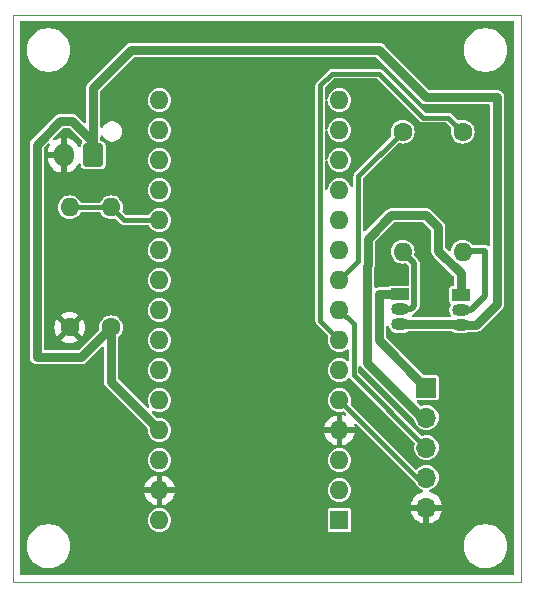
<source format=gbr>
%TF.GenerationSoftware,KiCad,Pcbnew,8.0.5*%
%TF.CreationDate,2025-02-08T21:47:33+08:00*%
%TF.ProjectId,arduino_solar_bikelight_1,61726475-696e-46f5-9f73-6f6c61725f62,rev?*%
%TF.SameCoordinates,Original*%
%TF.FileFunction,Copper,L2,Bot*%
%TF.FilePolarity,Positive*%
%FSLAX46Y46*%
G04 Gerber Fmt 4.6, Leading zero omitted, Abs format (unit mm)*
G04 Created by KiCad (PCBNEW 8.0.5) date 2025-02-08 21:47:33*
%MOMM*%
%LPD*%
G01*
G04 APERTURE LIST*
G04 Aperture macros list*
%AMRoundRect*
0 Rectangle with rounded corners*
0 $1 Rounding radius*
0 $2 $3 $4 $5 $6 $7 $8 $9 X,Y pos of 4 corners*
0 Add a 4 corners polygon primitive as box body*
4,1,4,$2,$3,$4,$5,$6,$7,$8,$9,$2,$3,0*
0 Add four circle primitives for the rounded corners*
1,1,$1+$1,$2,$3*
1,1,$1+$1,$4,$5*
1,1,$1+$1,$6,$7*
1,1,$1+$1,$8,$9*
0 Add four rect primitives between the rounded corners*
20,1,$1+$1,$2,$3,$4,$5,0*
20,1,$1+$1,$4,$5,$6,$7,0*
20,1,$1+$1,$6,$7,$8,$9,0*
20,1,$1+$1,$8,$9,$2,$3,0*%
G04 Aperture macros list end*
%TA.AperFunction,ComponentPad*%
%ADD10RoundRect,0.250000X0.600000X0.750000X-0.600000X0.750000X-0.600000X-0.750000X0.600000X-0.750000X0*%
%TD*%
%TA.AperFunction,ComponentPad*%
%ADD11O,1.700000X2.000000*%
%TD*%
%TA.AperFunction,ComponentPad*%
%ADD12C,1.600000*%
%TD*%
%TA.AperFunction,ComponentPad*%
%ADD13O,1.600000X1.600000*%
%TD*%
%TA.AperFunction,ComponentPad*%
%ADD14R,1.600000X1.600000*%
%TD*%
%TA.AperFunction,ComponentPad*%
%ADD15R,1.500000X1.050000*%
%TD*%
%TA.AperFunction,ComponentPad*%
%ADD16O,1.500000X1.050000*%
%TD*%
%TA.AperFunction,ComponentPad*%
%ADD17R,1.700000X1.700000*%
%TD*%
%TA.AperFunction,ComponentPad*%
%ADD18O,1.700000X1.700000*%
%TD*%
%TA.AperFunction,ViaPad*%
%ADD19C,0.600000*%
%TD*%
%TA.AperFunction,Conductor*%
%ADD20C,0.400000*%
%TD*%
%TA.AperFunction,Conductor*%
%ADD21C,0.800000*%
%TD*%
%TA.AperFunction,Conductor*%
%ADD22C,0.500000*%
%TD*%
%TA.AperFunction,Profile*%
%ADD23C,0.050000*%
%TD*%
G04 APERTURE END LIST*
D10*
%TO.P,J1,1,Pin_1*%
%TO.N,+BATT*%
X148245000Y-70295000D03*
D11*
%TO.P,J1,2,Pin_2*%
%TO.N,-BATT*%
X145745000Y-70295000D03*
%TD*%
D12*
%TO.P,R1,1*%
%TO.N,+BATT*%
X149745000Y-84875000D03*
D13*
%TO.P,R1,2*%
%TO.N,/BAT_PIN*%
X149745000Y-74715000D03*
%TD*%
%TO.P,R2,2*%
%TO.N,/BAT_PIN*%
X146245000Y-74715000D03*
D12*
%TO.P,R2,1*%
%TO.N,-BATT*%
X146245000Y-84875000D03*
%TD*%
D13*
%TO.P,A1,30,VIN*%
%TO.N,unconnected-(A1-VIN-Pad30)*%
X153845000Y-101195000D03*
%TO.P,A1,29,GND*%
%TO.N,-BATT*%
X153845000Y-98655000D03*
%TO.P,A1,28,~{RESET}*%
%TO.N,unconnected-(A1-~{RESET}-Pad28)*%
X153845000Y-96115000D03*
%TO.P,A1,27,+5V*%
%TO.N,+BATT*%
X153845000Y-93575000D03*
%TO.P,A1,26,A7*%
%TO.N,unconnected-(A1-A7-Pad26)*%
X153845000Y-91035000D03*
%TO.P,A1,25,A6*%
%TO.N,unconnected-(A1-A6-Pad25)*%
X153845000Y-88495000D03*
%TO.P,A1,24,A5*%
%TO.N,unconnected-(A1-A5-Pad24)*%
X153845000Y-85955000D03*
%TO.P,A1,23,A4*%
%TO.N,unconnected-(A1-A4-Pad23)*%
X153845000Y-83415000D03*
%TO.P,A1,22,A3*%
%TO.N,unconnected-(A1-A3-Pad22)*%
X153845000Y-80875000D03*
%TO.P,A1,21,A2*%
%TO.N,unconnected-(A1-A2-Pad21)*%
X153845000Y-78335000D03*
%TO.P,A1,20,A1*%
%TO.N,/BAT_PIN*%
X153845000Y-75795000D03*
%TO.P,A1,19,A0*%
%TO.N,unconnected-(A1-A0-Pad19)*%
X153845000Y-73255000D03*
%TO.P,A1,18,AREF*%
%TO.N,unconnected-(A1-AREF-Pad18)*%
X153845000Y-70715000D03*
%TO.P,A1,17,3V3*%
%TO.N,unconnected-(A1-3V3-Pad17)*%
X153845000Y-68175000D03*
%TO.P,A1,16,D13*%
%TO.N,unconnected-(A1-D13-Pad16)*%
X153845000Y-65635000D03*
%TO.P,A1,15,D12*%
%TO.N,unconnected-(A1-D12-Pad15)*%
X169085000Y-65635000D03*
%TO.P,A1,14,D11*%
%TO.N,unconnected-(A1-D11-Pad14)*%
X169085000Y-68175000D03*
%TO.P,A1,13,D10*%
%TO.N,unconnected-(A1-D10-Pad13)*%
X169085000Y-70715000D03*
%TO.P,A1,12,D9*%
%TO.N,unconnected-(A1-D9-Pad12)*%
X169085000Y-73255000D03*
%TO.P,A1,11,D8*%
%TO.N,unconnected-(A1-D8-Pad11)*%
X169085000Y-75795000D03*
%TO.P,A1,10,D7*%
%TO.N,unconnected-(A1-D7-Pad10)*%
X169085000Y-78335000D03*
%TO.P,A1,9,D6*%
%TO.N,/HIGH_LED_PIN*%
X169085000Y-80875000D03*
%TO.P,A1,8,D5*%
%TO.N,/CHARGING_LED_PIN*%
X169085000Y-83415000D03*
%TO.P,A1,7,D4*%
%TO.N,/LOW_LED_PIN*%
X169085000Y-85955000D03*
%TO.P,A1,6,D3*%
%TO.N,unconnected-(A1-D3-Pad6)*%
X169085000Y-88495000D03*
%TO.P,A1,5,D2*%
%TO.N,/BUTTON_PIN*%
X169085000Y-91035000D03*
%TO.P,A1,4,GND*%
%TO.N,-BATT*%
X169085000Y-93575000D03*
%TO.P,A1,3,~{RESET}*%
%TO.N,unconnected-(A1-~{RESET}-Pad3)*%
X169085000Y-96115000D03*
%TO.P,A1,2,D0/RX*%
%TO.N,unconnected-(A1-D0{slash}RX-Pad2)*%
X169085000Y-98655000D03*
D14*
%TO.P,A1,1,D1/TX*%
%TO.N,unconnected-(A1-D1{slash}TX-Pad1)*%
X169085000Y-101195000D03*
%TD*%
D15*
%TO.P,Q2,1,E*%
%TO.N,/LOW_LED_OUT*%
X174215000Y-82085000D03*
D16*
%TO.P,Q2,2,B*%
%TO.N,Net-(Q2-B)*%
X174215000Y-83355000D03*
%TO.P,Q2,3,C*%
%TO.N,+BATT*%
X174215000Y-84625000D03*
%TD*%
D15*
%TO.P,Q1,1,E*%
%TO.N,/HIGH_LED_OUT+*%
X179345000Y-82125000D03*
D16*
%TO.P,Q1,2,B*%
%TO.N,Net-(Q1-B)*%
X179345000Y-83395000D03*
%TO.P,Q1,3,C*%
%TO.N,+BATT*%
X179345000Y-84665000D03*
%TD*%
D17*
%TO.P,J4,1,Pin_1*%
%TO.N,/LOW_LED_OUT*%
X176445000Y-89975000D03*
D18*
%TO.P,J4,2,Pin_2*%
%TO.N,/HIGH_LED_OUT+*%
X176445000Y-92515000D03*
%TO.P,J4,3,Pin_3*%
%TO.N,/CHARGING_LED_PIN*%
X176445000Y-95055000D03*
%TO.P,J4,4,Pin_4*%
%TO.N,/BUTTON_PIN*%
X176445000Y-97595000D03*
%TO.P,J4,5,Pin_5*%
%TO.N,-BATT*%
X176445000Y-100135000D03*
%TD*%
D12*
%TO.P,R3,1*%
%TO.N,/LOW_LED_PIN*%
X179515000Y-68315000D03*
D13*
%TO.P,R3,2*%
%TO.N,Net-(Q1-B)*%
X179515000Y-78475000D03*
%TD*%
D12*
%TO.P,R4,1*%
%TO.N,/HIGH_LED_PIN*%
X174445000Y-68315000D03*
D13*
%TO.P,R4,2*%
%TO.N,Net-(Q2-B)*%
X174445000Y-78475000D03*
%TD*%
D19*
%TO.N,-BATT*%
X176445000Y-78395000D03*
%TD*%
D20*
%TO.N,/LOW_LED_PIN*%
X172445000Y-63395000D02*
X168445000Y-63395000D01*
X168445000Y-63395000D02*
X167445000Y-64395000D01*
X167445000Y-84315000D02*
X169085000Y-85955000D01*
X176165000Y-67115000D02*
X172445000Y-63395000D01*
X178315000Y-67115000D02*
X176165000Y-67115000D01*
X167445000Y-64395000D02*
X167445000Y-84315000D01*
X179515000Y-68315000D02*
X178315000Y-67115000D01*
D21*
%TO.N,+BATT*%
X148245000Y-64595000D02*
X148245000Y-70295000D01*
X172445000Y-61395000D02*
X151445000Y-61395000D01*
X182445000Y-65395000D02*
X176445000Y-65395000D01*
X151445000Y-61395000D02*
X148245000Y-64595000D01*
X182445000Y-82865000D02*
X182445000Y-65395000D01*
X180645000Y-84665000D02*
X182445000Y-82865000D01*
X176445000Y-65395000D02*
X172445000Y-61395000D01*
X179345000Y-84665000D02*
X180645000Y-84665000D01*
D20*
%TO.N,/BUTTON_PIN*%
X175645000Y-97595000D02*
X176445000Y-97595000D01*
X169085000Y-91035000D02*
X175645000Y-97595000D01*
%TO.N,/CHARGING_LED_PIN*%
X170285000Y-84615000D02*
X170285000Y-88895000D01*
X170285000Y-88895000D02*
X176445000Y-95055000D01*
X169085000Y-83415000D02*
X170285000Y-84615000D01*
D21*
%TO.N,/HIGH_LED_OUT+*%
X176085000Y-92515000D02*
X176445000Y-92515000D01*
X171445000Y-87875000D02*
X176085000Y-92515000D01*
X171445000Y-79646371D02*
X171445000Y-87875000D01*
X171465000Y-77375000D02*
X171465000Y-79626371D01*
X173445000Y-75395000D02*
X171465000Y-77375000D01*
X176445000Y-75395000D02*
X173445000Y-75395000D01*
X177445000Y-76395000D02*
X176445000Y-75395000D01*
X171465000Y-79626371D02*
X171445000Y-79646371D01*
X177445000Y-78395000D02*
X177445000Y-76395000D01*
X179345000Y-80295000D02*
X177445000Y-78395000D01*
X179345000Y-82125000D02*
X179345000Y-80295000D01*
%TO.N,/LOW_LED_OUT*%
X172445000Y-85975000D02*
X176445000Y-89975000D01*
X172445000Y-82105000D02*
X172445000Y-85975000D01*
X172465000Y-82085000D02*
X172445000Y-82105000D01*
X174215000Y-82085000D02*
X172465000Y-82085000D01*
D20*
%TO.N,/HIGH_LED_PIN*%
X170665000Y-72095000D02*
X174445000Y-68315000D01*
X169085000Y-80875000D02*
X170665000Y-79295000D01*
X170665000Y-79295000D02*
X170665000Y-72095000D01*
D22*
%TO.N,Net-(Q2-B)*%
X175415000Y-79445000D02*
X174445000Y-78475000D01*
X175120000Y-83355000D02*
X175415000Y-83060000D01*
X175415000Y-83060000D02*
X175415000Y-79445000D01*
X174215000Y-83355000D02*
X175120000Y-83355000D01*
%TO.N,Net-(Q1-B)*%
X181445000Y-78395000D02*
X179595000Y-78395000D01*
X181445000Y-82200000D02*
X181445000Y-78395000D01*
X180250000Y-83395000D02*
X181445000Y-82200000D01*
X179595000Y-78395000D02*
X179515000Y-78475000D01*
X179345000Y-83395000D02*
X180250000Y-83395000D01*
D21*
%TO.N,+BATT*%
X179305000Y-84625000D02*
X179345000Y-84665000D01*
X174215000Y-84625000D02*
X179305000Y-84625000D01*
X147225000Y-87395000D02*
X149745000Y-84875000D01*
X145445000Y-67395000D02*
X143445000Y-69395000D01*
X146445000Y-67395000D02*
X145445000Y-67395000D01*
X143445000Y-69395000D02*
X143445000Y-87395000D01*
X148245000Y-69195000D02*
X146445000Y-67395000D01*
X143445000Y-87395000D02*
X147225000Y-87395000D01*
X148245000Y-70295000D02*
X148245000Y-69195000D01*
X149745000Y-89475000D02*
X153845000Y-93575000D01*
X149745000Y-84875000D02*
X149745000Y-89475000D01*
D20*
%TO.N,/BAT_PIN*%
X150825000Y-75795000D02*
X149745000Y-74715000D01*
X153845000Y-75795000D02*
X150825000Y-75795000D01*
X146245000Y-74715000D02*
X149745000Y-74715000D01*
%TD*%
%TA.AperFunction,Conductor*%
%TO.N,-BATT*%
G36*
X176211942Y-76015185D02*
G01*
X176232584Y-76031819D01*
X176808181Y-76607416D01*
X176841666Y-76668739D01*
X176844500Y-76695097D01*
X176844500Y-78308330D01*
X176844499Y-78308348D01*
X176844499Y-78474054D01*
X176844498Y-78474054D01*
X176885423Y-78626786D01*
X176898182Y-78648883D01*
X176898183Y-78648888D01*
X176898185Y-78648888D01*
X176939087Y-78719733D01*
X176964479Y-78763714D01*
X176964481Y-78763717D01*
X177083349Y-78882585D01*
X177083355Y-78882590D01*
X178708181Y-80507416D01*
X178741666Y-80568739D01*
X178744500Y-80595097D01*
X178744500Y-81275500D01*
X178724815Y-81342539D01*
X178672011Y-81388294D01*
X178620500Y-81399500D01*
X178575247Y-81399500D01*
X178516770Y-81411131D01*
X178516769Y-81411132D01*
X178450447Y-81455447D01*
X178406132Y-81521769D01*
X178406131Y-81521770D01*
X178394500Y-81580247D01*
X178394500Y-82669752D01*
X178406131Y-82728229D01*
X178406132Y-82728230D01*
X178450447Y-82794552D01*
X178484374Y-82817221D01*
X178529179Y-82870833D01*
X178537886Y-82940158D01*
X178518586Y-82989212D01*
X178477076Y-83051337D01*
X178477069Y-83051349D01*
X178422381Y-83183379D01*
X178422379Y-83183385D01*
X178394500Y-83323542D01*
X178394500Y-83323545D01*
X178394500Y-83466455D01*
X178394500Y-83466457D01*
X178394499Y-83466457D01*
X178422379Y-83606614D01*
X178422381Y-83606620D01*
X178477069Y-83738650D01*
X178477074Y-83738659D01*
X178539182Y-83831609D01*
X178560060Y-83898286D01*
X178541576Y-83965667D01*
X178489597Y-84012357D01*
X178436080Y-84024500D01*
X175303859Y-84024500D01*
X175236820Y-84004815D01*
X175191065Y-83952011D01*
X175181121Y-83882853D01*
X175210146Y-83819297D01*
X175268924Y-83781523D01*
X175271741Y-83780731D01*
X175293887Y-83774799D01*
X175396614Y-83715489D01*
X175775489Y-83336614D01*
X175834799Y-83233887D01*
X175848332Y-83183380D01*
X175848939Y-83181116D01*
X175848939Y-83181114D01*
X175865500Y-83119309D01*
X175865500Y-79385691D01*
X175834799Y-79271114D01*
X175834799Y-79271113D01*
X175775489Y-79168386D01*
X175448017Y-78840914D01*
X175414532Y-78779591D01*
X175417038Y-78717236D01*
X175431024Y-78671132D01*
X175434599Y-78634831D01*
X175450341Y-78475000D01*
X175431024Y-78278868D01*
X175373814Y-78090273D01*
X175373811Y-78090269D01*
X175373811Y-78090266D01*
X175280913Y-77916467D01*
X175280909Y-77916460D01*
X175155883Y-77764116D01*
X175003539Y-77639090D01*
X175003532Y-77639086D01*
X174829733Y-77546188D01*
X174829727Y-77546186D01*
X174641132Y-77488976D01*
X174641129Y-77488975D01*
X174445000Y-77469659D01*
X174248870Y-77488975D01*
X174060266Y-77546188D01*
X173886467Y-77639086D01*
X173886460Y-77639090D01*
X173734116Y-77764116D01*
X173609090Y-77916460D01*
X173609086Y-77916467D01*
X173516188Y-78090266D01*
X173458975Y-78278870D01*
X173439659Y-78475000D01*
X173458975Y-78671129D01*
X173516188Y-78859733D01*
X173609086Y-79033532D01*
X173609090Y-79033539D01*
X173734116Y-79185883D01*
X173886460Y-79310909D01*
X173886467Y-79310913D01*
X174060266Y-79403811D01*
X174060269Y-79403811D01*
X174060273Y-79403814D01*
X174248868Y-79461024D01*
X174445000Y-79480341D01*
X174641132Y-79461024D01*
X174687237Y-79447037D01*
X174757103Y-79446413D01*
X174810914Y-79478017D01*
X174928181Y-79595284D01*
X174961666Y-79656607D01*
X174964500Y-79682965D01*
X174964500Y-81235500D01*
X174944815Y-81302539D01*
X174892011Y-81348294D01*
X174840500Y-81359500D01*
X173445247Y-81359500D01*
X173386770Y-81371131D01*
X173386769Y-81371132D01*
X173320447Y-81415447D01*
X173311131Y-81429391D01*
X173257518Y-81474196D01*
X173208029Y-81484500D01*
X172544057Y-81484500D01*
X172385942Y-81484500D01*
X172233215Y-81525423D01*
X172233214Y-81525423D01*
X172233212Y-81525424D01*
X172233209Y-81525425D01*
X172231495Y-81526415D01*
X172229865Y-81526810D01*
X172225701Y-81528535D01*
X172225432Y-81527885D01*
X172163594Y-81542884D01*
X172097568Y-81520029D01*
X172054380Y-81465106D01*
X172045500Y-81419025D01*
X172045500Y-79796395D01*
X172049725Y-79764302D01*
X172060140Y-79725431D01*
X172065500Y-79705429D01*
X172065500Y-79547314D01*
X172065500Y-77675097D01*
X172085185Y-77608058D01*
X172101819Y-77587416D01*
X173657416Y-76031819D01*
X173718739Y-75998334D01*
X173745097Y-75995500D01*
X176144903Y-75995500D01*
X176211942Y-76015185D01*
G37*
%TD.AperFunction*%
%TA.AperFunction,Conductor*%
G36*
X146211942Y-68015185D02*
G01*
X146232584Y-68031819D01*
X147290182Y-69089417D01*
X147323667Y-69150740D01*
X147318683Y-69220432D01*
X147302272Y-69250730D01*
X147242209Y-69332114D01*
X147242206Y-69332119D01*
X147197353Y-69460298D01*
X147197353Y-69460300D01*
X147194500Y-69490730D01*
X147194500Y-69499676D01*
X147174815Y-69566715D01*
X147122011Y-69612470D01*
X147052853Y-69622414D01*
X146989297Y-69593389D01*
X146960015Y-69555971D01*
X146899620Y-69437442D01*
X146774727Y-69265540D01*
X146774723Y-69265535D01*
X146624464Y-69115276D01*
X146624459Y-69115272D01*
X146452557Y-68990379D01*
X146263215Y-68893903D01*
X146061124Y-68828241D01*
X145995000Y-68817768D01*
X145995000Y-69861988D01*
X145937993Y-69829075D01*
X145810826Y-69795000D01*
X145679174Y-69795000D01*
X145552007Y-69829075D01*
X145495000Y-69861988D01*
X145495000Y-68817768D01*
X145494999Y-68817768D01*
X145428875Y-68828241D01*
X145226784Y-68893903D01*
X145044691Y-68986685D01*
X144976022Y-68999581D01*
X144911281Y-68973305D01*
X144871024Y-68916198D01*
X144868032Y-68846393D01*
X144900713Y-68788521D01*
X145657416Y-68031819D01*
X145718739Y-67998334D01*
X145745097Y-67995500D01*
X146144903Y-67995500D01*
X146211942Y-68015185D01*
G37*
%TD.AperFunction*%
%TA.AperFunction,Conductor*%
G36*
X183837539Y-58965185D02*
G01*
X183883294Y-59017989D01*
X183894500Y-59069500D01*
X183894500Y-105720500D01*
X183874815Y-105787539D01*
X183822011Y-105833294D01*
X183770500Y-105844500D01*
X142119500Y-105844500D01*
X142052461Y-105824815D01*
X142006706Y-105772011D01*
X141995500Y-105720500D01*
X141995500Y-103273711D01*
X142594500Y-103273711D01*
X142594500Y-103516288D01*
X142626161Y-103756785D01*
X142688947Y-103991104D01*
X142781773Y-104215205D01*
X142781776Y-104215212D01*
X142903064Y-104425289D01*
X142903066Y-104425292D01*
X142903067Y-104425293D01*
X143050733Y-104617736D01*
X143050739Y-104617743D01*
X143222256Y-104789260D01*
X143222262Y-104789265D01*
X143414711Y-104936936D01*
X143624788Y-105058224D01*
X143848900Y-105151054D01*
X144083211Y-105213838D01*
X144263586Y-105237584D01*
X144323711Y-105245500D01*
X144323712Y-105245500D01*
X144566289Y-105245500D01*
X144614388Y-105239167D01*
X144806789Y-105213838D01*
X145041100Y-105151054D01*
X145265212Y-105058224D01*
X145475289Y-104936936D01*
X145667738Y-104789265D01*
X145839265Y-104617738D01*
X145986936Y-104425289D01*
X146108224Y-104215212D01*
X146201054Y-103991100D01*
X146263838Y-103756789D01*
X146295500Y-103516288D01*
X146295500Y-103273712D01*
X146295500Y-103273711D01*
X179594500Y-103273711D01*
X179594500Y-103516288D01*
X179626161Y-103756785D01*
X179688947Y-103991104D01*
X179781773Y-104215205D01*
X179781776Y-104215212D01*
X179903064Y-104425289D01*
X179903066Y-104425292D01*
X179903067Y-104425293D01*
X180050733Y-104617736D01*
X180050739Y-104617743D01*
X180222256Y-104789260D01*
X180222262Y-104789265D01*
X180414711Y-104936936D01*
X180624788Y-105058224D01*
X180848900Y-105151054D01*
X181083211Y-105213838D01*
X181263586Y-105237584D01*
X181323711Y-105245500D01*
X181323712Y-105245500D01*
X181566289Y-105245500D01*
X181614388Y-105239167D01*
X181806789Y-105213838D01*
X182041100Y-105151054D01*
X182265212Y-105058224D01*
X182475289Y-104936936D01*
X182667738Y-104789265D01*
X182839265Y-104617738D01*
X182986936Y-104425289D01*
X183108224Y-104215212D01*
X183201054Y-103991100D01*
X183263838Y-103756789D01*
X183295500Y-103516288D01*
X183295500Y-103273712D01*
X183263838Y-103033211D01*
X183201054Y-102798900D01*
X183108224Y-102574788D01*
X182986936Y-102364711D01*
X182857096Y-102195500D01*
X182839266Y-102172263D01*
X182839260Y-102172256D01*
X182667743Y-102000739D01*
X182667736Y-102000733D01*
X182475293Y-101853067D01*
X182475292Y-101853066D01*
X182475289Y-101853064D01*
X182265212Y-101731776D01*
X182265205Y-101731773D01*
X182041104Y-101638947D01*
X181820116Y-101579733D01*
X181806789Y-101576162D01*
X181806788Y-101576161D01*
X181806785Y-101576161D01*
X181566289Y-101544500D01*
X181566288Y-101544500D01*
X181323712Y-101544500D01*
X181323711Y-101544500D01*
X181083214Y-101576161D01*
X180848895Y-101638947D01*
X180624794Y-101731773D01*
X180624785Y-101731777D01*
X180414706Y-101853067D01*
X180222263Y-102000733D01*
X180222256Y-102000739D01*
X180050739Y-102172256D01*
X180050733Y-102172263D01*
X179903067Y-102364706D01*
X179781777Y-102574785D01*
X179781773Y-102574794D01*
X179688947Y-102798895D01*
X179626161Y-103033214D01*
X179594500Y-103273711D01*
X146295500Y-103273711D01*
X146263838Y-103033211D01*
X146201054Y-102798900D01*
X146108224Y-102574788D01*
X145986936Y-102364711D01*
X145857096Y-102195500D01*
X145839266Y-102172263D01*
X145839260Y-102172256D01*
X145667743Y-102000739D01*
X145667736Y-102000733D01*
X145475293Y-101853067D01*
X145475292Y-101853066D01*
X145475289Y-101853064D01*
X145265212Y-101731776D01*
X145265205Y-101731773D01*
X145041104Y-101638947D01*
X144820116Y-101579733D01*
X144806789Y-101576162D01*
X144806788Y-101576161D01*
X144806785Y-101576161D01*
X144566289Y-101544500D01*
X144566288Y-101544500D01*
X144323712Y-101544500D01*
X144323711Y-101544500D01*
X144083214Y-101576161D01*
X143848895Y-101638947D01*
X143624794Y-101731773D01*
X143624785Y-101731777D01*
X143414706Y-101853067D01*
X143222263Y-102000733D01*
X143222256Y-102000739D01*
X143050739Y-102172256D01*
X143050733Y-102172263D01*
X142903067Y-102364706D01*
X142781777Y-102574785D01*
X142781773Y-102574794D01*
X142688947Y-102798895D01*
X142626161Y-103033214D01*
X142594500Y-103273711D01*
X141995500Y-103273711D01*
X141995500Y-101195000D01*
X152839659Y-101195000D01*
X152858975Y-101391129D01*
X152916188Y-101579733D01*
X153009086Y-101753532D01*
X153009090Y-101753539D01*
X153134116Y-101905883D01*
X153286460Y-102030909D01*
X153286467Y-102030913D01*
X153460266Y-102123811D01*
X153460269Y-102123811D01*
X153460273Y-102123814D01*
X153648868Y-102181024D01*
X153845000Y-102200341D01*
X154041132Y-102181024D01*
X154229727Y-102123814D01*
X154403538Y-102030910D01*
X154555883Y-101905883D01*
X154680910Y-101753538D01*
X154773814Y-101579727D01*
X154831024Y-101391132D01*
X154850341Y-101195000D01*
X154831024Y-100998868D01*
X154773814Y-100810273D01*
X154773811Y-100810269D01*
X154773811Y-100810266D01*
X154680913Y-100636467D01*
X154680909Y-100636460D01*
X154555883Y-100484116D01*
X154423226Y-100375247D01*
X168084500Y-100375247D01*
X168084500Y-102014752D01*
X168096131Y-102073229D01*
X168096132Y-102073230D01*
X168140447Y-102139552D01*
X168206769Y-102183867D01*
X168206770Y-102183868D01*
X168265247Y-102195499D01*
X168265250Y-102195500D01*
X168265252Y-102195500D01*
X169904750Y-102195500D01*
X169904751Y-102195499D01*
X169919568Y-102192552D01*
X169963229Y-102183868D01*
X169963229Y-102183867D01*
X169963231Y-102183867D01*
X170029552Y-102139552D01*
X170073867Y-102073231D01*
X170073867Y-102073229D01*
X170073868Y-102073229D01*
X170085499Y-102014752D01*
X170085500Y-102014750D01*
X170085500Y-100375249D01*
X170085499Y-100375247D01*
X170073868Y-100316770D01*
X170073867Y-100316769D01*
X170029552Y-100250447D01*
X169963230Y-100206132D01*
X169963229Y-100206131D01*
X169904752Y-100194500D01*
X169904748Y-100194500D01*
X168265252Y-100194500D01*
X168265247Y-100194500D01*
X168206770Y-100206131D01*
X168206769Y-100206132D01*
X168140447Y-100250447D01*
X168096132Y-100316769D01*
X168096131Y-100316770D01*
X168084500Y-100375247D01*
X154423226Y-100375247D01*
X154403539Y-100359090D01*
X154403532Y-100359086D01*
X154229733Y-100266188D01*
X154229727Y-100266186D01*
X154041132Y-100208976D01*
X154041129Y-100208975D01*
X153845000Y-100189659D01*
X153648870Y-100208975D01*
X153460266Y-100266188D01*
X153286467Y-100359086D01*
X153286460Y-100359090D01*
X153134116Y-100484116D01*
X153009090Y-100636460D01*
X153009086Y-100636467D01*
X152916188Y-100810266D01*
X152858975Y-100998870D01*
X152839659Y-101195000D01*
X141995500Y-101195000D01*
X141995500Y-98404999D01*
X152566127Y-98404999D01*
X152566128Y-98405000D01*
X153411988Y-98405000D01*
X153379075Y-98462007D01*
X153345000Y-98589174D01*
X153345000Y-98720826D01*
X153379075Y-98847993D01*
X153411988Y-98905000D01*
X152566128Y-98905000D01*
X152618730Y-99101317D01*
X152618734Y-99101326D01*
X152714865Y-99307482D01*
X152845342Y-99493820D01*
X153006179Y-99654657D01*
X153192517Y-99785134D01*
X153398673Y-99881265D01*
X153398682Y-99881269D01*
X153594999Y-99933872D01*
X153595000Y-99933871D01*
X153595000Y-99088012D01*
X153652007Y-99120925D01*
X153779174Y-99155000D01*
X153910826Y-99155000D01*
X154037993Y-99120925D01*
X154095000Y-99088012D01*
X154095000Y-99933872D01*
X154291317Y-99881269D01*
X154291326Y-99881265D01*
X154497482Y-99785134D01*
X154683820Y-99654657D01*
X154844657Y-99493820D01*
X154975134Y-99307482D01*
X155071265Y-99101326D01*
X155071269Y-99101317D01*
X155123872Y-98905000D01*
X154278012Y-98905000D01*
X154310925Y-98847993D01*
X154345000Y-98720826D01*
X154345000Y-98655000D01*
X168079659Y-98655000D01*
X168098975Y-98851129D01*
X168156188Y-99039733D01*
X168249086Y-99213532D01*
X168249090Y-99213539D01*
X168374116Y-99365883D01*
X168526460Y-99490909D01*
X168526467Y-99490913D01*
X168700266Y-99583811D01*
X168700269Y-99583811D01*
X168700273Y-99583814D01*
X168888868Y-99641024D01*
X169085000Y-99660341D01*
X169281132Y-99641024D01*
X169469727Y-99583814D01*
X169643538Y-99490910D01*
X169795883Y-99365883D01*
X169920910Y-99213538D01*
X169983262Y-99096886D01*
X170013811Y-99039733D01*
X170013811Y-99039732D01*
X170013814Y-99039727D01*
X170071024Y-98851132D01*
X170090341Y-98655000D01*
X170071024Y-98458868D01*
X170013814Y-98270273D01*
X170013811Y-98270269D01*
X170013811Y-98270266D01*
X169920913Y-98096467D01*
X169920909Y-98096460D01*
X169795883Y-97944116D01*
X169643539Y-97819090D01*
X169643532Y-97819086D01*
X169469733Y-97726188D01*
X169469727Y-97726186D01*
X169281132Y-97668976D01*
X169281129Y-97668975D01*
X169085000Y-97649659D01*
X168888870Y-97668975D01*
X168700266Y-97726188D01*
X168526467Y-97819086D01*
X168526460Y-97819090D01*
X168374116Y-97944116D01*
X168249090Y-98096460D01*
X168249086Y-98096467D01*
X168156188Y-98270266D01*
X168098975Y-98458870D01*
X168079659Y-98655000D01*
X154345000Y-98655000D01*
X154345000Y-98589174D01*
X154310925Y-98462007D01*
X154278012Y-98405000D01*
X155123872Y-98405000D01*
X155123872Y-98404999D01*
X155071269Y-98208682D01*
X155071265Y-98208673D01*
X154975134Y-98002517D01*
X154844657Y-97816179D01*
X154683820Y-97655342D01*
X154497482Y-97524865D01*
X154291328Y-97428734D01*
X154095000Y-97376127D01*
X154095000Y-98221988D01*
X154037993Y-98189075D01*
X153910826Y-98155000D01*
X153779174Y-98155000D01*
X153652007Y-98189075D01*
X153595000Y-98221988D01*
X153595000Y-97376127D01*
X153398671Y-97428734D01*
X153192517Y-97524865D01*
X153006179Y-97655342D01*
X152845342Y-97816179D01*
X152714865Y-98002517D01*
X152618734Y-98208673D01*
X152618730Y-98208682D01*
X152566127Y-98404999D01*
X141995500Y-98404999D01*
X141995500Y-96115000D01*
X152839659Y-96115000D01*
X152858975Y-96311129D01*
X152916188Y-96499733D01*
X153009086Y-96673532D01*
X153009090Y-96673539D01*
X153134116Y-96825883D01*
X153286460Y-96950909D01*
X153286467Y-96950913D01*
X153460266Y-97043811D01*
X153460269Y-97043811D01*
X153460273Y-97043814D01*
X153648868Y-97101024D01*
X153845000Y-97120341D01*
X154041132Y-97101024D01*
X154229727Y-97043814D01*
X154403538Y-96950910D01*
X154555883Y-96825883D01*
X154680910Y-96673538D01*
X154773814Y-96499727D01*
X154831024Y-96311132D01*
X154850341Y-96115000D01*
X168079659Y-96115000D01*
X168098975Y-96311129D01*
X168156188Y-96499733D01*
X168249086Y-96673532D01*
X168249090Y-96673539D01*
X168374116Y-96825883D01*
X168526460Y-96950909D01*
X168526467Y-96950913D01*
X168700266Y-97043811D01*
X168700269Y-97043811D01*
X168700273Y-97043814D01*
X168888868Y-97101024D01*
X169085000Y-97120341D01*
X169281132Y-97101024D01*
X169469727Y-97043814D01*
X169643538Y-96950910D01*
X169795883Y-96825883D01*
X169920910Y-96673538D01*
X170013814Y-96499727D01*
X170071024Y-96311132D01*
X170090341Y-96115000D01*
X170071024Y-95918868D01*
X170013814Y-95730273D01*
X170013811Y-95730269D01*
X170013811Y-95730266D01*
X169920913Y-95556467D01*
X169920909Y-95556460D01*
X169795883Y-95404116D01*
X169643539Y-95279090D01*
X169643532Y-95279086D01*
X169469733Y-95186188D01*
X169469727Y-95186186D01*
X169281132Y-95128976D01*
X169281129Y-95128975D01*
X169085000Y-95109659D01*
X168888870Y-95128975D01*
X168700266Y-95186188D01*
X168526467Y-95279086D01*
X168526460Y-95279090D01*
X168374116Y-95404116D01*
X168249090Y-95556460D01*
X168249086Y-95556467D01*
X168156188Y-95730266D01*
X168098975Y-95918870D01*
X168079659Y-96115000D01*
X154850341Y-96115000D01*
X154831024Y-95918868D01*
X154773814Y-95730273D01*
X154773811Y-95730269D01*
X154773811Y-95730266D01*
X154680913Y-95556467D01*
X154680909Y-95556460D01*
X154555883Y-95404116D01*
X154403539Y-95279090D01*
X154403532Y-95279086D01*
X154229733Y-95186188D01*
X154229727Y-95186186D01*
X154041132Y-95128976D01*
X154041129Y-95128975D01*
X153845000Y-95109659D01*
X153648870Y-95128975D01*
X153460266Y-95186188D01*
X153286467Y-95279086D01*
X153286460Y-95279090D01*
X153134116Y-95404116D01*
X153009090Y-95556460D01*
X153009086Y-95556467D01*
X152916188Y-95730266D01*
X152858975Y-95918870D01*
X152839659Y-96115000D01*
X141995500Y-96115000D01*
X141995500Y-69315943D01*
X142844499Y-69315943D01*
X142844499Y-69315945D01*
X142844499Y-69484046D01*
X142844500Y-69484059D01*
X142844500Y-87315943D01*
X142844500Y-87474057D01*
X142869187Y-87566188D01*
X142885423Y-87626783D01*
X142885426Y-87626790D01*
X142964475Y-87763709D01*
X142964478Y-87763713D01*
X142964480Y-87763716D01*
X143076284Y-87875520D01*
X143076286Y-87875521D01*
X143076290Y-87875524D01*
X143181848Y-87936467D01*
X143213216Y-87954577D01*
X143365943Y-87995500D01*
X147138331Y-87995500D01*
X147138347Y-87995501D01*
X147145943Y-87995501D01*
X147304054Y-87995501D01*
X147304057Y-87995501D01*
X147456785Y-87954577D01*
X147530445Y-87912049D01*
X147593716Y-87875520D01*
X147705520Y-87763716D01*
X147705520Y-87763714D01*
X147715724Y-87753511D01*
X147715727Y-87753506D01*
X148932820Y-86536413D01*
X148994142Y-86502930D01*
X149063834Y-86507914D01*
X149119767Y-86549786D01*
X149144184Y-86615250D01*
X149144500Y-86624096D01*
X149144500Y-89388330D01*
X149144499Y-89388348D01*
X149144499Y-89554054D01*
X149144498Y-89554054D01*
X149185424Y-89706789D01*
X149185425Y-89706790D01*
X149206455Y-89743214D01*
X149206456Y-89743216D01*
X149264475Y-89843709D01*
X149264481Y-89843717D01*
X149383349Y-89962585D01*
X149383355Y-89962590D01*
X152812184Y-93391420D01*
X152845669Y-93452743D01*
X152847906Y-93491253D01*
X152839659Y-93574998D01*
X152839659Y-93574999D01*
X152858975Y-93771129D01*
X152916188Y-93959733D01*
X153009086Y-94133532D01*
X153009090Y-94133539D01*
X153134116Y-94285883D01*
X153286460Y-94410909D01*
X153286467Y-94410913D01*
X153460266Y-94503811D01*
X153460269Y-94503811D01*
X153460273Y-94503814D01*
X153648868Y-94561024D01*
X153845000Y-94580341D01*
X154041132Y-94561024D01*
X154229727Y-94503814D01*
X154403538Y-94410910D01*
X154555883Y-94285883D01*
X154680910Y-94133538D01*
X154752599Y-93999417D01*
X154773811Y-93959733D01*
X154773811Y-93959732D01*
X154773814Y-93959727D01*
X154831024Y-93771132D01*
X154850341Y-93575000D01*
X154831024Y-93378868D01*
X154814683Y-93324999D01*
X167806127Y-93324999D01*
X167806128Y-93325000D01*
X168651988Y-93325000D01*
X168619075Y-93382007D01*
X168585000Y-93509174D01*
X168585000Y-93640826D01*
X168619075Y-93767993D01*
X168651988Y-93825000D01*
X167806128Y-93825000D01*
X167858730Y-94021317D01*
X167858734Y-94021326D01*
X167954865Y-94227482D01*
X168085342Y-94413820D01*
X168246179Y-94574657D01*
X168432517Y-94705134D01*
X168638673Y-94801265D01*
X168638682Y-94801269D01*
X168834999Y-94853872D01*
X168835000Y-94853871D01*
X168835000Y-94008012D01*
X168892007Y-94040925D01*
X169019174Y-94075000D01*
X169150826Y-94075000D01*
X169277993Y-94040925D01*
X169335000Y-94008012D01*
X169335000Y-94853872D01*
X169531317Y-94801269D01*
X169531326Y-94801265D01*
X169737482Y-94705134D01*
X169923820Y-94574657D01*
X170084657Y-94413820D01*
X170215134Y-94227482D01*
X170311265Y-94021326D01*
X170311269Y-94021317D01*
X170363872Y-93825000D01*
X169518012Y-93825000D01*
X169550925Y-93767993D01*
X169585000Y-93640826D01*
X169585000Y-93509174D01*
X169550925Y-93382007D01*
X169518012Y-93325000D01*
X170363872Y-93325000D01*
X170363871Y-93324999D01*
X170320862Y-93164486D01*
X170322525Y-93094636D01*
X170361687Y-93036773D01*
X170425916Y-93009269D01*
X170494818Y-93020855D01*
X170528318Y-93044711D01*
X175399087Y-97915480D01*
X175411641Y-97922728D01*
X175459857Y-97973295D01*
X175468301Y-97994119D01*
X175469768Y-97998954D01*
X175567315Y-98181450D01*
X175567317Y-98181452D01*
X175698589Y-98341410D01*
X175706611Y-98347993D01*
X175858550Y-98472685D01*
X176041046Y-98570232D01*
X176107551Y-98590405D01*
X176165989Y-98628702D01*
X176194446Y-98692514D01*
X176183887Y-98761581D01*
X176137663Y-98813975D01*
X176103650Y-98828841D01*
X175981514Y-98861567D01*
X175981507Y-98861570D01*
X175767422Y-98961399D01*
X175767420Y-98961400D01*
X175573926Y-99096886D01*
X175573920Y-99096891D01*
X175406891Y-99263920D01*
X175406886Y-99263926D01*
X175271400Y-99457420D01*
X175271399Y-99457422D01*
X175171570Y-99671507D01*
X175171567Y-99671513D01*
X175114364Y-99884999D01*
X175114364Y-99885000D01*
X176011988Y-99885000D01*
X175979075Y-99942007D01*
X175945000Y-100069174D01*
X175945000Y-100200826D01*
X175979075Y-100327993D01*
X176011988Y-100385000D01*
X175114364Y-100385000D01*
X175171567Y-100598486D01*
X175171570Y-100598492D01*
X175271399Y-100812578D01*
X175406894Y-101006082D01*
X175573917Y-101173105D01*
X175767421Y-101308600D01*
X175981507Y-101408429D01*
X175981516Y-101408433D01*
X176195000Y-101465634D01*
X176195000Y-100568012D01*
X176252007Y-100600925D01*
X176379174Y-100635000D01*
X176510826Y-100635000D01*
X176637993Y-100600925D01*
X176695000Y-100568012D01*
X176695000Y-101465633D01*
X176908483Y-101408433D01*
X176908492Y-101408429D01*
X177122578Y-101308600D01*
X177316082Y-101173105D01*
X177483105Y-101006082D01*
X177618600Y-100812578D01*
X177718429Y-100598492D01*
X177718432Y-100598486D01*
X177775636Y-100385000D01*
X176878012Y-100385000D01*
X176910925Y-100327993D01*
X176945000Y-100200826D01*
X176945000Y-100069174D01*
X176910925Y-99942007D01*
X176878012Y-99885000D01*
X177775636Y-99885000D01*
X177775635Y-99884999D01*
X177718432Y-99671513D01*
X177718429Y-99671507D01*
X177618600Y-99457422D01*
X177618599Y-99457420D01*
X177483113Y-99263926D01*
X177483108Y-99263920D01*
X177316082Y-99096894D01*
X177122578Y-98961399D01*
X176908492Y-98861570D01*
X176908486Y-98861567D01*
X176786349Y-98828841D01*
X176726689Y-98792476D01*
X176696160Y-98729629D01*
X176704455Y-98660253D01*
X176748940Y-98606375D01*
X176782444Y-98590407D01*
X176848954Y-98570232D01*
X177031450Y-98472685D01*
X177191410Y-98341410D01*
X177322685Y-98181450D01*
X177420232Y-97998954D01*
X177480300Y-97800934D01*
X177500583Y-97595000D01*
X177480300Y-97389066D01*
X177420232Y-97191046D01*
X177322685Y-97008550D01*
X177270702Y-96945209D01*
X177191410Y-96848589D01*
X177031452Y-96717317D01*
X177031453Y-96717317D01*
X177031450Y-96717315D01*
X176848954Y-96619768D01*
X176650934Y-96559700D01*
X176650932Y-96559699D01*
X176650934Y-96559699D01*
X176445000Y-96539417D01*
X176239067Y-96559699D01*
X176041043Y-96619769D01*
X175858546Y-96717317D01*
X175698588Y-96848591D01*
X175680081Y-96871142D01*
X175622335Y-96910475D01*
X175552490Y-96912344D01*
X175496549Y-96880156D01*
X170071559Y-91455166D01*
X170038074Y-91393843D01*
X170040579Y-91331490D01*
X170071024Y-91231132D01*
X170090341Y-91035000D01*
X170071024Y-90838868D01*
X170013814Y-90650273D01*
X170013811Y-90650269D01*
X170013811Y-90650266D01*
X169920913Y-90476467D01*
X169920909Y-90476460D01*
X169795883Y-90324116D01*
X169643539Y-90199090D01*
X169643532Y-90199086D01*
X169469733Y-90106188D01*
X169469727Y-90106186D01*
X169281132Y-90048976D01*
X169281129Y-90048975D01*
X169085000Y-90029659D01*
X168888870Y-90048975D01*
X168700266Y-90106188D01*
X168526467Y-90199086D01*
X168526460Y-90199090D01*
X168374116Y-90324116D01*
X168249090Y-90476460D01*
X168249086Y-90476467D01*
X168156188Y-90650266D01*
X168098975Y-90838870D01*
X168079659Y-91035000D01*
X168098975Y-91231129D01*
X168156188Y-91419733D01*
X168249086Y-91593532D01*
X168249090Y-91593539D01*
X168374116Y-91745883D01*
X168526460Y-91870909D01*
X168526467Y-91870913D01*
X168700266Y-91963811D01*
X168700269Y-91963811D01*
X168700273Y-91963814D01*
X168888868Y-92021024D01*
X169085000Y-92040341D01*
X169281132Y-92021024D01*
X169381490Y-91990579D01*
X169451355Y-91989955D01*
X169505166Y-92021559D01*
X169615289Y-92131682D01*
X169648774Y-92193005D01*
X169643790Y-92262697D01*
X169601918Y-92318630D01*
X169536454Y-92343047D01*
X169495514Y-92339138D01*
X169335000Y-92296127D01*
X169335000Y-93141988D01*
X169277993Y-93109075D01*
X169150826Y-93075000D01*
X169019174Y-93075000D01*
X168892007Y-93109075D01*
X168835000Y-93141988D01*
X168835000Y-92296127D01*
X168638671Y-92348734D01*
X168432517Y-92444865D01*
X168246179Y-92575342D01*
X168085342Y-92736179D01*
X167954865Y-92922517D01*
X167858734Y-93128673D01*
X167858730Y-93128682D01*
X167806127Y-93324999D01*
X154814683Y-93324999D01*
X154773814Y-93190273D01*
X154773811Y-93190269D01*
X154773811Y-93190266D01*
X154680913Y-93016467D01*
X154680909Y-93016460D01*
X154555883Y-92864116D01*
X154403539Y-92739090D01*
X154403532Y-92739086D01*
X154229733Y-92646188D01*
X154229727Y-92646186D01*
X154041132Y-92588976D01*
X154041129Y-92588975D01*
X153845000Y-92569659D01*
X153844999Y-92569659D01*
X153761253Y-92577906D01*
X153692607Y-92564886D01*
X153661420Y-92542184D01*
X153240991Y-92121755D01*
X153207506Y-92060432D01*
X153212490Y-91990740D01*
X153254362Y-91934807D01*
X153319826Y-91910390D01*
X153387125Y-91924716D01*
X153460267Y-91963811D01*
X153460273Y-91963814D01*
X153648868Y-92021024D01*
X153845000Y-92040341D01*
X154041132Y-92021024D01*
X154229727Y-91963814D01*
X154403538Y-91870910D01*
X154555883Y-91745883D01*
X154680910Y-91593538D01*
X154752599Y-91459417D01*
X154773811Y-91419733D01*
X154773811Y-91419732D01*
X154773814Y-91419727D01*
X154831024Y-91231132D01*
X154850341Y-91035000D01*
X154831024Y-90838868D01*
X154773814Y-90650273D01*
X154773811Y-90650269D01*
X154773811Y-90650266D01*
X154680913Y-90476467D01*
X154680909Y-90476460D01*
X154555883Y-90324116D01*
X154403539Y-90199090D01*
X154403532Y-90199086D01*
X154229733Y-90106188D01*
X154229727Y-90106186D01*
X154041132Y-90048976D01*
X154041129Y-90048975D01*
X153845000Y-90029659D01*
X153648870Y-90048975D01*
X153460266Y-90106188D01*
X153286467Y-90199086D01*
X153286460Y-90199090D01*
X153134116Y-90324116D01*
X153009090Y-90476460D01*
X153009086Y-90476467D01*
X152916188Y-90650266D01*
X152858975Y-90838870D01*
X152839659Y-91035000D01*
X152858975Y-91231129D01*
X152916188Y-91419733D01*
X152955283Y-91492874D01*
X152969525Y-91561277D01*
X152944525Y-91626521D01*
X152888220Y-91667891D01*
X152818486Y-91672253D01*
X152758244Y-91639008D01*
X150381819Y-89262583D01*
X150348334Y-89201260D01*
X150345500Y-89174902D01*
X150345500Y-88495000D01*
X152839659Y-88495000D01*
X152858975Y-88691129D01*
X152916188Y-88879733D01*
X153009086Y-89053532D01*
X153009090Y-89053539D01*
X153134116Y-89205883D01*
X153286460Y-89330909D01*
X153286467Y-89330913D01*
X153460266Y-89423811D01*
X153460269Y-89423811D01*
X153460273Y-89423814D01*
X153648868Y-89481024D01*
X153845000Y-89500341D01*
X154041132Y-89481024D01*
X154229727Y-89423814D01*
X154281878Y-89395939D01*
X154403532Y-89330913D01*
X154403538Y-89330910D01*
X154555883Y-89205883D01*
X154680910Y-89053538D01*
X154773814Y-88879727D01*
X154831024Y-88691132D01*
X154850341Y-88495000D01*
X154831024Y-88298868D01*
X154773814Y-88110273D01*
X154773811Y-88110269D01*
X154773811Y-88110266D01*
X154680913Y-87936467D01*
X154680909Y-87936460D01*
X154555883Y-87784116D01*
X154403539Y-87659090D01*
X154403532Y-87659086D01*
X154229733Y-87566188D01*
X154229727Y-87566186D01*
X154041132Y-87508976D01*
X154041129Y-87508975D01*
X153845000Y-87489659D01*
X153648870Y-87508975D01*
X153460266Y-87566188D01*
X153286467Y-87659086D01*
X153286460Y-87659090D01*
X153134116Y-87784116D01*
X153009090Y-87936460D01*
X153009086Y-87936467D01*
X152916188Y-88110266D01*
X152858975Y-88298870D01*
X152839659Y-88495000D01*
X150345500Y-88495000D01*
X150345500Y-85955000D01*
X152839659Y-85955000D01*
X152858975Y-86151129D01*
X152916188Y-86339733D01*
X153009086Y-86513532D01*
X153009090Y-86513539D01*
X153134116Y-86665883D01*
X153286460Y-86790909D01*
X153286467Y-86790913D01*
X153460266Y-86883811D01*
X153460269Y-86883811D01*
X153460273Y-86883814D01*
X153648868Y-86941024D01*
X153845000Y-86960341D01*
X154041132Y-86941024D01*
X154229727Y-86883814D01*
X154403538Y-86790910D01*
X154555883Y-86665883D01*
X154680910Y-86513538D01*
X154773814Y-86339727D01*
X154831024Y-86151132D01*
X154850341Y-85955000D01*
X154831024Y-85758868D01*
X154773814Y-85570273D01*
X154773811Y-85570269D01*
X154773811Y-85570266D01*
X154680913Y-85396467D01*
X154680909Y-85396460D01*
X154555883Y-85244116D01*
X154403539Y-85119090D01*
X154403532Y-85119086D01*
X154229733Y-85026188D01*
X154229727Y-85026186D01*
X154041132Y-84968976D01*
X154041129Y-84968975D01*
X153845000Y-84949659D01*
X153648870Y-84968975D01*
X153460266Y-85026188D01*
X153286467Y-85119086D01*
X153286460Y-85119090D01*
X153134116Y-85244116D01*
X153009090Y-85396460D01*
X153009086Y-85396467D01*
X152916188Y-85570266D01*
X152858975Y-85758870D01*
X152839659Y-85955000D01*
X150345500Y-85955000D01*
X150345500Y-85735119D01*
X150365185Y-85668080D01*
X150390833Y-85639267D01*
X150455883Y-85585883D01*
X150580910Y-85433538D01*
X150640197Y-85322620D01*
X150673811Y-85259733D01*
X150673811Y-85259732D01*
X150673814Y-85259727D01*
X150731024Y-85071132D01*
X150750341Y-84875000D01*
X150731024Y-84678868D01*
X150673814Y-84490273D01*
X150673811Y-84490269D01*
X150673811Y-84490266D01*
X150580913Y-84316467D01*
X150580909Y-84316460D01*
X150455883Y-84164116D01*
X150303539Y-84039090D01*
X150303532Y-84039086D01*
X150129733Y-83946188D01*
X150129727Y-83946186D01*
X149941132Y-83888976D01*
X149941129Y-83888975D01*
X149745000Y-83869659D01*
X149548870Y-83888975D01*
X149360266Y-83946188D01*
X149186467Y-84039086D01*
X149186460Y-84039090D01*
X149034116Y-84164116D01*
X148909090Y-84316460D01*
X148909086Y-84316467D01*
X148816188Y-84490266D01*
X148758975Y-84678870D01*
X148739659Y-84875000D01*
X148739659Y-84875001D01*
X148747906Y-84958746D01*
X148734886Y-85027391D01*
X148712184Y-85058579D01*
X147012584Y-86758181D01*
X146951261Y-86791666D01*
X146924903Y-86794500D01*
X144169500Y-86794500D01*
X144102461Y-86774815D01*
X144056706Y-86722011D01*
X144045500Y-86670500D01*
X144045500Y-84874997D01*
X144940034Y-84874997D01*
X144940034Y-84875002D01*
X144959858Y-85101599D01*
X144959860Y-85101610D01*
X145018730Y-85321317D01*
X145018735Y-85321331D01*
X145114863Y-85527478D01*
X145165974Y-85600472D01*
X145845000Y-84921446D01*
X145845000Y-84927661D01*
X145872259Y-85029394D01*
X145924920Y-85120606D01*
X145999394Y-85195080D01*
X146090606Y-85247741D01*
X146192339Y-85275000D01*
X146198553Y-85275000D01*
X145519526Y-85954025D01*
X145592513Y-86005132D01*
X145592521Y-86005136D01*
X145798668Y-86101264D01*
X145798682Y-86101269D01*
X146018389Y-86160139D01*
X146018400Y-86160141D01*
X146244998Y-86179966D01*
X146245002Y-86179966D01*
X146471599Y-86160141D01*
X146471610Y-86160139D01*
X146691317Y-86101269D01*
X146691331Y-86101264D01*
X146897478Y-86005136D01*
X146970471Y-85954024D01*
X146291447Y-85275000D01*
X146297661Y-85275000D01*
X146399394Y-85247741D01*
X146490606Y-85195080D01*
X146565080Y-85120606D01*
X146617741Y-85029394D01*
X146645000Y-84927661D01*
X146645000Y-84921447D01*
X147324024Y-85600471D01*
X147375136Y-85527478D01*
X147471264Y-85321331D01*
X147471269Y-85321317D01*
X147530139Y-85101610D01*
X147530141Y-85101599D01*
X147549966Y-84875002D01*
X147549966Y-84874997D01*
X147530141Y-84648400D01*
X147530139Y-84648389D01*
X147471269Y-84428682D01*
X147471264Y-84428668D01*
X147375136Y-84222521D01*
X147375132Y-84222513D01*
X147324025Y-84149526D01*
X146645000Y-84828551D01*
X146645000Y-84822339D01*
X146617741Y-84720606D01*
X146565080Y-84629394D01*
X146490606Y-84554920D01*
X146399394Y-84502259D01*
X146297661Y-84475000D01*
X146291448Y-84475000D01*
X146970472Y-83795974D01*
X146897478Y-83744863D01*
X146691331Y-83648735D01*
X146691317Y-83648730D01*
X146471610Y-83589860D01*
X146471599Y-83589858D01*
X146245002Y-83570034D01*
X146244998Y-83570034D01*
X146018400Y-83589858D01*
X146018389Y-83589860D01*
X145798682Y-83648730D01*
X145798673Y-83648734D01*
X145592516Y-83744866D01*
X145592512Y-83744868D01*
X145519526Y-83795973D01*
X145519526Y-83795974D01*
X146198553Y-84475000D01*
X146192339Y-84475000D01*
X146090606Y-84502259D01*
X145999394Y-84554920D01*
X145924920Y-84629394D01*
X145872259Y-84720606D01*
X145845000Y-84822339D01*
X145845000Y-84828552D01*
X145165974Y-84149526D01*
X145165973Y-84149526D01*
X145114868Y-84222512D01*
X145114866Y-84222516D01*
X145018734Y-84428673D01*
X145018730Y-84428682D01*
X144959860Y-84648389D01*
X144959858Y-84648400D01*
X144940034Y-84874997D01*
X144045500Y-84874997D01*
X144045500Y-83415000D01*
X152839659Y-83415000D01*
X152858975Y-83611129D01*
X152870383Y-83648735D01*
X152902766Y-83755489D01*
X152916188Y-83799733D01*
X153009086Y-83973532D01*
X153009090Y-83973539D01*
X153134116Y-84125883D01*
X153286460Y-84250909D01*
X153286467Y-84250913D01*
X153460266Y-84343811D01*
X153460269Y-84343811D01*
X153460273Y-84343814D01*
X153648868Y-84401024D01*
X153845000Y-84420341D01*
X154041132Y-84401024D01*
X154229727Y-84343814D01*
X154273706Y-84320307D01*
X154346594Y-84281347D01*
X154403538Y-84250910D01*
X154555883Y-84125883D01*
X154680910Y-83973538D01*
X154749348Y-83845500D01*
X154773811Y-83799733D01*
X154773811Y-83799732D01*
X154773814Y-83799727D01*
X154831024Y-83611132D01*
X154850341Y-83415000D01*
X154831024Y-83218868D01*
X154773814Y-83030273D01*
X154773811Y-83030269D01*
X154773811Y-83030266D01*
X154680913Y-82856467D01*
X154680909Y-82856460D01*
X154555883Y-82704116D01*
X154403539Y-82579090D01*
X154403532Y-82579086D01*
X154229733Y-82486188D01*
X154229727Y-82486186D01*
X154041132Y-82428976D01*
X154041129Y-82428975D01*
X153845000Y-82409659D01*
X153648870Y-82428975D01*
X153460266Y-82486188D01*
X153286467Y-82579086D01*
X153286460Y-82579090D01*
X153134116Y-82704116D01*
X153009090Y-82856460D01*
X153009086Y-82856467D01*
X152916188Y-83030266D01*
X152858975Y-83218870D01*
X152839659Y-83415000D01*
X144045500Y-83415000D01*
X144045500Y-80875000D01*
X152839659Y-80875000D01*
X152858975Y-81071129D01*
X152916188Y-81259733D01*
X153009086Y-81433532D01*
X153009090Y-81433539D01*
X153134116Y-81585883D01*
X153286460Y-81710909D01*
X153286467Y-81710913D01*
X153460266Y-81803811D01*
X153460269Y-81803811D01*
X153460273Y-81803814D01*
X153648868Y-81861024D01*
X153845000Y-81880341D01*
X154041132Y-81861024D01*
X154229727Y-81803814D01*
X154403538Y-81710910D01*
X154555883Y-81585883D01*
X154680910Y-81433538D01*
X154737850Y-81327011D01*
X154773811Y-81259733D01*
X154773811Y-81259732D01*
X154773814Y-81259727D01*
X154831024Y-81071132D01*
X154850341Y-80875000D01*
X154831024Y-80678868D01*
X154773814Y-80490273D01*
X154773811Y-80490269D01*
X154773811Y-80490266D01*
X154680913Y-80316467D01*
X154680909Y-80316460D01*
X154555883Y-80164116D01*
X154403539Y-80039090D01*
X154403532Y-80039086D01*
X154229733Y-79946188D01*
X154229727Y-79946186D01*
X154041132Y-79888976D01*
X154041129Y-79888975D01*
X153845000Y-79869659D01*
X153648870Y-79888975D01*
X153460266Y-79946188D01*
X153286467Y-80039086D01*
X153286460Y-80039090D01*
X153134116Y-80164116D01*
X153009090Y-80316460D01*
X153009086Y-80316467D01*
X152916188Y-80490266D01*
X152858975Y-80678870D01*
X152839659Y-80875000D01*
X144045500Y-80875000D01*
X144045500Y-78335000D01*
X152839659Y-78335000D01*
X152858975Y-78531129D01*
X152858976Y-78531132D01*
X152915430Y-78717236D01*
X152916188Y-78719733D01*
X153009086Y-78893532D01*
X153009090Y-78893539D01*
X153134116Y-79045883D01*
X153286460Y-79170909D01*
X153286467Y-79170913D01*
X153460266Y-79263811D01*
X153460269Y-79263811D01*
X153460273Y-79263814D01*
X153648868Y-79321024D01*
X153845000Y-79340341D01*
X154041132Y-79321024D01*
X154229727Y-79263814D01*
X154403538Y-79170910D01*
X154555883Y-79045883D01*
X154680910Y-78893538D01*
X154750301Y-78763716D01*
X154773811Y-78719733D01*
X154773812Y-78719731D01*
X154773814Y-78719727D01*
X154831024Y-78531132D01*
X154850341Y-78335000D01*
X154831024Y-78138868D01*
X154773814Y-77950273D01*
X154773811Y-77950269D01*
X154773811Y-77950266D01*
X154680913Y-77776467D01*
X154680909Y-77776460D01*
X154555883Y-77624116D01*
X154403539Y-77499090D01*
X154403532Y-77499086D01*
X154229733Y-77406188D01*
X154229727Y-77406186D01*
X154041132Y-77348976D01*
X154041129Y-77348975D01*
X153845000Y-77329659D01*
X153648870Y-77348975D01*
X153460266Y-77406188D01*
X153286467Y-77499086D01*
X153286460Y-77499090D01*
X153134116Y-77624116D01*
X153009090Y-77776460D01*
X153009086Y-77776467D01*
X152916188Y-77950266D01*
X152858975Y-78138870D01*
X152839659Y-78335000D01*
X144045500Y-78335000D01*
X144045500Y-74715000D01*
X145239659Y-74715000D01*
X145258975Y-74911129D01*
X145258976Y-74911131D01*
X145258976Y-74911132D01*
X145311450Y-75084116D01*
X145316188Y-75099733D01*
X145409086Y-75273532D01*
X145409090Y-75273539D01*
X145534116Y-75425883D01*
X145686460Y-75550909D01*
X145686467Y-75550913D01*
X145860266Y-75643811D01*
X145860269Y-75643811D01*
X145860273Y-75643814D01*
X146048868Y-75701024D01*
X146245000Y-75720341D01*
X146441132Y-75701024D01*
X146629727Y-75643814D01*
X146803538Y-75550910D01*
X146955883Y-75425883D01*
X147080910Y-75273538D01*
X147100729Y-75236460D01*
X147130348Y-75181047D01*
X147179310Y-75131203D01*
X147239706Y-75115500D01*
X148750294Y-75115500D01*
X148817333Y-75135185D01*
X148859652Y-75181047D01*
X148909086Y-75273532D01*
X148909090Y-75273539D01*
X149034116Y-75425883D01*
X149186460Y-75550909D01*
X149186467Y-75550913D01*
X149360266Y-75643811D01*
X149360269Y-75643811D01*
X149360273Y-75643814D01*
X149548868Y-75701024D01*
X149745000Y-75720341D01*
X149941132Y-75701024D01*
X150041490Y-75670579D01*
X150111356Y-75669955D01*
X150165167Y-75701559D01*
X150500179Y-76036571D01*
X150500189Y-76036582D01*
X150504519Y-76040912D01*
X150504520Y-76040913D01*
X150579087Y-76115480D01*
X150639735Y-76150495D01*
X150639736Y-76150496D01*
X150670407Y-76168204D01*
X150670410Y-76168206D01*
X150670412Y-76168206D01*
X150670413Y-76168207D01*
X150772273Y-76195501D01*
X150772275Y-76195501D01*
X150885323Y-76195501D01*
X150885339Y-76195500D01*
X152850294Y-76195500D01*
X152917333Y-76215185D01*
X152959652Y-76261047D01*
X153009086Y-76353532D01*
X153009090Y-76353539D01*
X153134116Y-76505883D01*
X153286460Y-76630909D01*
X153286467Y-76630913D01*
X153460266Y-76723811D01*
X153460269Y-76723811D01*
X153460273Y-76723814D01*
X153648868Y-76781024D01*
X153845000Y-76800341D01*
X154041132Y-76781024D01*
X154229727Y-76723814D01*
X154403538Y-76630910D01*
X154555883Y-76505883D01*
X154680910Y-76353538D01*
X154773814Y-76179727D01*
X154831024Y-75991132D01*
X154850341Y-75795000D01*
X154831024Y-75598868D01*
X154773814Y-75410273D01*
X154773811Y-75410269D01*
X154773811Y-75410266D01*
X154680913Y-75236467D01*
X154680909Y-75236460D01*
X154555883Y-75084116D01*
X154403539Y-74959090D01*
X154403532Y-74959086D01*
X154229733Y-74866188D01*
X154229727Y-74866186D01*
X154041132Y-74808976D01*
X154041129Y-74808975D01*
X153845000Y-74789659D01*
X153648870Y-74808975D01*
X153460266Y-74866188D01*
X153286467Y-74959086D01*
X153286460Y-74959090D01*
X153134116Y-75084116D01*
X153009090Y-75236460D01*
X153009086Y-75236467D01*
X152959652Y-75328953D01*
X152910690Y-75378797D01*
X152850294Y-75394500D01*
X151042254Y-75394500D01*
X150975215Y-75374815D01*
X150954573Y-75358181D01*
X150731559Y-75135167D01*
X150698074Y-75073844D01*
X150700579Y-75011491D01*
X150731024Y-74911132D01*
X150750341Y-74715000D01*
X150731024Y-74518868D01*
X150673814Y-74330273D01*
X150673811Y-74330269D01*
X150673811Y-74330266D01*
X150580913Y-74156467D01*
X150580909Y-74156460D01*
X150455883Y-74004116D01*
X150303539Y-73879090D01*
X150303532Y-73879086D01*
X150129733Y-73786188D01*
X150129727Y-73786186D01*
X149941132Y-73728976D01*
X149941129Y-73728975D01*
X149745000Y-73709659D01*
X149548870Y-73728975D01*
X149360266Y-73786188D01*
X149186467Y-73879086D01*
X149186460Y-73879090D01*
X149034116Y-74004116D01*
X148909090Y-74156460D01*
X148909086Y-74156467D01*
X148859652Y-74248953D01*
X148810690Y-74298797D01*
X148750294Y-74314500D01*
X147239706Y-74314500D01*
X147172667Y-74294815D01*
X147130348Y-74248953D01*
X147080913Y-74156467D01*
X147080909Y-74156460D01*
X146955883Y-74004116D01*
X146803539Y-73879090D01*
X146803532Y-73879086D01*
X146629733Y-73786188D01*
X146629727Y-73786186D01*
X146441132Y-73728976D01*
X146441129Y-73728975D01*
X146245000Y-73709659D01*
X146048870Y-73728975D01*
X145860266Y-73786188D01*
X145686467Y-73879086D01*
X145686460Y-73879090D01*
X145534116Y-74004116D01*
X145409090Y-74156460D01*
X145409086Y-74156467D01*
X145316188Y-74330266D01*
X145258975Y-74518870D01*
X145239659Y-74715000D01*
X144045500Y-74715000D01*
X144045500Y-73255000D01*
X152839659Y-73255000D01*
X152858975Y-73451129D01*
X152916188Y-73639733D01*
X153009086Y-73813532D01*
X153009090Y-73813539D01*
X153134116Y-73965883D01*
X153286460Y-74090909D01*
X153286467Y-74090913D01*
X153460266Y-74183811D01*
X153460269Y-74183811D01*
X153460273Y-74183814D01*
X153648868Y-74241024D01*
X153845000Y-74260341D01*
X154041132Y-74241024D01*
X154229727Y-74183814D01*
X154403538Y-74090910D01*
X154555883Y-73965883D01*
X154680910Y-73813538D01*
X154773814Y-73639727D01*
X154831024Y-73451132D01*
X154850341Y-73255000D01*
X154831024Y-73058868D01*
X154773814Y-72870273D01*
X154773811Y-72870269D01*
X154773811Y-72870266D01*
X154680913Y-72696467D01*
X154680909Y-72696460D01*
X154555883Y-72544116D01*
X154403539Y-72419090D01*
X154403532Y-72419086D01*
X154229733Y-72326188D01*
X154229727Y-72326186D01*
X154041132Y-72268976D01*
X154041129Y-72268975D01*
X153845000Y-72249659D01*
X153648870Y-72268975D01*
X153460266Y-72326188D01*
X153286467Y-72419086D01*
X153286460Y-72419090D01*
X153134116Y-72544116D01*
X153009090Y-72696460D01*
X153009086Y-72696467D01*
X152916188Y-72870266D01*
X152858975Y-73058870D01*
X152839659Y-73255000D01*
X144045500Y-73255000D01*
X144045500Y-69695097D01*
X144065185Y-69628058D01*
X144081819Y-69607416D01*
X144228937Y-69460298D01*
X144388521Y-69300713D01*
X144449842Y-69267230D01*
X144519533Y-69272214D01*
X144575467Y-69314085D01*
X144599884Y-69379550D01*
X144586685Y-69444691D01*
X144493904Y-69626782D01*
X144428242Y-69828869D01*
X144428242Y-69828872D01*
X144395000Y-70038753D01*
X144395000Y-70045000D01*
X145311988Y-70045000D01*
X145279075Y-70102007D01*
X145245000Y-70229174D01*
X145245000Y-70360826D01*
X145279075Y-70487993D01*
X145311988Y-70545000D01*
X144395000Y-70545000D01*
X144395000Y-70551246D01*
X144428242Y-70761127D01*
X144428242Y-70761130D01*
X144493904Y-70963217D01*
X144590379Y-71152557D01*
X144715272Y-71324459D01*
X144715276Y-71324464D01*
X144865535Y-71474723D01*
X144865540Y-71474727D01*
X145037442Y-71599620D01*
X145226782Y-71696095D01*
X145428871Y-71761757D01*
X145495000Y-71772231D01*
X145495000Y-70728012D01*
X145552007Y-70760925D01*
X145679174Y-70795000D01*
X145810826Y-70795000D01*
X145937993Y-70760925D01*
X145995000Y-70728012D01*
X145995000Y-71772230D01*
X146061126Y-71761757D01*
X146061129Y-71761757D01*
X146263217Y-71696095D01*
X146452557Y-71599620D01*
X146624459Y-71474727D01*
X146624464Y-71474723D01*
X146774723Y-71324464D01*
X146774727Y-71324459D01*
X146899620Y-71152557D01*
X146960015Y-71034028D01*
X147007990Y-70983232D01*
X147075811Y-70966437D01*
X147141946Y-70988974D01*
X147185397Y-71043690D01*
X147194500Y-71090323D01*
X147194500Y-71099269D01*
X147197353Y-71129699D01*
X147197353Y-71129701D01*
X147242206Y-71257880D01*
X147242207Y-71257882D01*
X147322850Y-71367150D01*
X147432118Y-71447793D01*
X147474845Y-71462744D01*
X147560299Y-71492646D01*
X147590730Y-71495500D01*
X147590734Y-71495500D01*
X148899270Y-71495500D01*
X148929699Y-71492646D01*
X148929701Y-71492646D01*
X148993790Y-71470219D01*
X149057882Y-71447793D01*
X149167150Y-71367150D01*
X149247793Y-71257882D01*
X149284648Y-71152557D01*
X149292646Y-71129701D01*
X149292646Y-71129699D01*
X149295500Y-71099269D01*
X149295500Y-70715000D01*
X152839659Y-70715000D01*
X152858975Y-70911129D01*
X152916188Y-71099733D01*
X153009086Y-71273532D01*
X153009090Y-71273539D01*
X153134116Y-71425883D01*
X153286460Y-71550909D01*
X153286467Y-71550913D01*
X153460266Y-71643811D01*
X153460269Y-71643811D01*
X153460273Y-71643814D01*
X153648868Y-71701024D01*
X153845000Y-71720341D01*
X154041132Y-71701024D01*
X154229727Y-71643814D01*
X154403538Y-71550910D01*
X154555883Y-71425883D01*
X154680910Y-71273538D01*
X154773814Y-71099727D01*
X154831024Y-70911132D01*
X154850341Y-70715000D01*
X154831024Y-70518868D01*
X154773814Y-70330273D01*
X154773811Y-70330269D01*
X154773811Y-70330266D01*
X154680913Y-70156467D01*
X154680909Y-70156460D01*
X154555883Y-70004116D01*
X154403539Y-69879090D01*
X154403532Y-69879086D01*
X154229733Y-69786188D01*
X154229727Y-69786186D01*
X154041132Y-69728976D01*
X154041129Y-69728975D01*
X153845000Y-69709659D01*
X153648870Y-69728975D01*
X153460266Y-69786188D01*
X153286467Y-69879086D01*
X153286460Y-69879090D01*
X153134116Y-70004116D01*
X153009090Y-70156460D01*
X153009086Y-70156467D01*
X152916188Y-70330266D01*
X152858975Y-70518870D01*
X152839659Y-70715000D01*
X149295500Y-70715000D01*
X149295500Y-69490730D01*
X149292646Y-69460300D01*
X149292646Y-69460298D01*
X149247793Y-69332119D01*
X149247792Y-69332117D01*
X149239100Y-69320340D01*
X149167150Y-69222850D01*
X149057882Y-69142207D01*
X148928544Y-69096949D01*
X148871769Y-69056227D01*
X148846022Y-68991274D01*
X148845500Y-68979908D01*
X148845500Y-68727847D01*
X148865185Y-68660808D01*
X148917989Y-68615053D01*
X148987147Y-68605109D01*
X149050703Y-68634134D01*
X149084061Y-68680395D01*
X149091294Y-68697858D01*
X149091295Y-68697860D01*
X149184373Y-68837162D01*
X149302837Y-68955626D01*
X149395494Y-69017537D01*
X149442137Y-69048703D01*
X149596918Y-69112816D01*
X149744678Y-69142207D01*
X149761228Y-69145499D01*
X149761232Y-69145500D01*
X149761233Y-69145500D01*
X149928768Y-69145500D01*
X149928769Y-69145499D01*
X150093082Y-69112816D01*
X150247863Y-69048703D01*
X150387162Y-68955626D01*
X150505626Y-68837162D01*
X150598703Y-68697863D01*
X150662816Y-68543082D01*
X150695500Y-68378767D01*
X150695500Y-68211233D01*
X150688293Y-68175000D01*
X152839659Y-68175000D01*
X152858975Y-68371129D01*
X152916188Y-68559733D01*
X153009086Y-68733532D01*
X153009090Y-68733539D01*
X153134116Y-68885883D01*
X153286460Y-69010909D01*
X153286467Y-69010913D01*
X153460266Y-69103811D01*
X153460269Y-69103811D01*
X153460273Y-69103814D01*
X153648868Y-69161024D01*
X153845000Y-69180341D01*
X154041132Y-69161024D01*
X154229727Y-69103814D01*
X154242571Y-69096949D01*
X154374779Y-69026282D01*
X154403538Y-69010910D01*
X154555883Y-68885883D01*
X154680910Y-68733538D01*
X154773814Y-68559727D01*
X154831024Y-68371132D01*
X154850341Y-68175000D01*
X154831024Y-67978868D01*
X154773814Y-67790273D01*
X154773811Y-67790269D01*
X154773811Y-67790266D01*
X154680913Y-67616467D01*
X154680909Y-67616460D01*
X154555883Y-67464116D01*
X154403539Y-67339090D01*
X154403532Y-67339086D01*
X154229733Y-67246188D01*
X154229727Y-67246186D01*
X154041132Y-67188976D01*
X154041129Y-67188975D01*
X153845000Y-67169659D01*
X153648870Y-67188975D01*
X153460266Y-67246188D01*
X153286467Y-67339086D01*
X153286460Y-67339090D01*
X153134116Y-67464116D01*
X153009090Y-67616460D01*
X153009086Y-67616467D01*
X152916188Y-67790266D01*
X152858975Y-67978870D01*
X152839659Y-68175000D01*
X150688293Y-68175000D01*
X150662816Y-68046918D01*
X150599819Y-67894832D01*
X150598704Y-67892139D01*
X150578667Y-67862152D01*
X150567537Y-67845494D01*
X150505626Y-67752837D01*
X150387162Y-67634373D01*
X150247860Y-67541295D01*
X150093082Y-67477184D01*
X150093074Y-67477182D01*
X149928771Y-67444500D01*
X149928767Y-67444500D01*
X149761233Y-67444500D01*
X149761228Y-67444500D01*
X149596925Y-67477182D01*
X149596917Y-67477184D01*
X149442139Y-67541295D01*
X149302837Y-67634373D01*
X149184373Y-67752837D01*
X149091295Y-67892139D01*
X149091293Y-67892143D01*
X149084060Y-67909606D01*
X149040219Y-67964009D01*
X148973924Y-67986073D01*
X148906225Y-67968793D01*
X148858615Y-67917655D01*
X148845500Y-67862152D01*
X148845500Y-65635000D01*
X152839659Y-65635000D01*
X152858975Y-65831129D01*
X152858976Y-65831132D01*
X152908836Y-65995499D01*
X152916188Y-66019733D01*
X153009086Y-66193532D01*
X153009090Y-66193539D01*
X153134116Y-66345883D01*
X153286460Y-66470909D01*
X153286467Y-66470913D01*
X153460266Y-66563811D01*
X153460269Y-66563811D01*
X153460273Y-66563814D01*
X153648868Y-66621024D01*
X153845000Y-66640341D01*
X154041132Y-66621024D01*
X154229727Y-66563814D01*
X154403538Y-66470910D01*
X154555883Y-66345883D01*
X154680910Y-66193538D01*
X154773814Y-66019727D01*
X154831024Y-65831132D01*
X154850341Y-65635000D01*
X154831024Y-65438868D01*
X154773814Y-65250273D01*
X154773811Y-65250269D01*
X154773811Y-65250266D01*
X154680913Y-65076467D01*
X154680909Y-65076460D01*
X154555883Y-64924116D01*
X154403539Y-64799090D01*
X154403532Y-64799086D01*
X154229733Y-64706188D01*
X154229727Y-64706186D01*
X154041132Y-64648976D01*
X154041129Y-64648975D01*
X153845000Y-64629659D01*
X153648870Y-64648975D01*
X153460266Y-64706188D01*
X153286467Y-64799086D01*
X153286460Y-64799090D01*
X153134116Y-64924116D01*
X153009090Y-65076460D01*
X153009086Y-65076467D01*
X152916188Y-65250266D01*
X152858975Y-65438870D01*
X152839659Y-65635000D01*
X148845500Y-65635000D01*
X148845500Y-64895097D01*
X148865185Y-64828058D01*
X148881819Y-64807416D01*
X151657416Y-62031819D01*
X151718739Y-61998334D01*
X151745097Y-61995500D01*
X172144903Y-61995500D01*
X172211942Y-62015185D01*
X172232584Y-62031819D01*
X175960139Y-65759374D01*
X175960149Y-65759385D01*
X175964479Y-65763715D01*
X175964480Y-65763716D01*
X176076284Y-65875520D01*
X176163095Y-65925639D01*
X176163097Y-65925641D01*
X176213213Y-65954576D01*
X176213215Y-65954577D01*
X176365942Y-65995500D01*
X176365943Y-65995500D01*
X181720500Y-65995500D01*
X181787539Y-66015185D01*
X181833294Y-66067989D01*
X181844500Y-66119500D01*
X181844500Y-77890685D01*
X181824815Y-77957724D01*
X181772011Y-78003479D01*
X181702853Y-78013423D01*
X181658499Y-77998072D01*
X181621534Y-77976730D01*
X181618886Y-77975201D01*
X181504309Y-77944500D01*
X181504306Y-77944500D01*
X180432567Y-77944500D01*
X180365528Y-77924815D01*
X180336716Y-77899167D01*
X180288125Y-77839958D01*
X180225883Y-77764116D01*
X180073539Y-77639090D01*
X180073532Y-77639086D01*
X179899733Y-77546188D01*
X179899727Y-77546186D01*
X179711132Y-77488976D01*
X179711129Y-77488975D01*
X179515000Y-77469659D01*
X179318870Y-77488975D01*
X179130266Y-77546188D01*
X178956467Y-77639086D01*
X178956460Y-77639090D01*
X178804116Y-77764116D01*
X178679090Y-77916460D01*
X178679086Y-77916467D01*
X178586188Y-78090266D01*
X178528975Y-78278870D01*
X178523214Y-78337368D01*
X178497053Y-78402155D01*
X178440018Y-78442513D01*
X178370218Y-78445630D01*
X178312130Y-78412894D01*
X178081819Y-78182583D01*
X178048334Y-78121260D01*
X178045500Y-78094902D01*
X178045500Y-76484060D01*
X178045501Y-76484047D01*
X178045501Y-76315944D01*
X178013228Y-76195501D01*
X178004577Y-76163216D01*
X177981450Y-76123159D01*
X177925524Y-76026290D01*
X177925518Y-76026282D01*
X176932590Y-75033355D01*
X176932588Y-75033352D01*
X176813717Y-74914481D01*
X176813716Y-74914480D01*
X176726904Y-74864360D01*
X176726904Y-74864359D01*
X176726900Y-74864358D01*
X176676785Y-74835423D01*
X176524057Y-74794499D01*
X176365943Y-74794499D01*
X176358347Y-74794499D01*
X176358331Y-74794500D01*
X173531669Y-74794500D01*
X173531653Y-74794499D01*
X173524057Y-74794499D01*
X173365943Y-74794499D01*
X173258587Y-74823265D01*
X173213210Y-74835424D01*
X173213209Y-74835425D01*
X173163096Y-74864359D01*
X173163095Y-74864360D01*
X173159929Y-74866188D01*
X173076285Y-74914479D01*
X173076282Y-74914481D01*
X171277181Y-76713583D01*
X171215858Y-76747068D01*
X171146166Y-76742084D01*
X171090233Y-76700212D01*
X171065816Y-76634748D01*
X171065500Y-76625902D01*
X171065500Y-72312254D01*
X171085185Y-72245215D01*
X171101814Y-72224578D01*
X174024834Y-69301557D01*
X174086155Y-69268074D01*
X174148509Y-69270580D01*
X174247849Y-69300715D01*
X174248865Y-69301023D01*
X174248867Y-69301024D01*
X174268184Y-69302926D01*
X174445000Y-69320341D01*
X174641132Y-69301024D01*
X174829727Y-69243814D01*
X175003538Y-69150910D01*
X175155883Y-69025883D01*
X175280910Y-68873538D01*
X175327362Y-68786632D01*
X175373811Y-68699733D01*
X175373811Y-68699732D01*
X175373814Y-68699727D01*
X175431024Y-68511132D01*
X175450341Y-68315000D01*
X175431024Y-68118868D01*
X175373814Y-67930273D01*
X175373811Y-67930269D01*
X175373811Y-67930266D01*
X175280913Y-67756467D01*
X175280909Y-67756460D01*
X175155883Y-67604116D01*
X175003539Y-67479090D01*
X175003532Y-67479086D01*
X174829733Y-67386188D01*
X174829727Y-67386186D01*
X174641132Y-67328976D01*
X174641129Y-67328975D01*
X174445000Y-67309659D01*
X174248870Y-67328975D01*
X174060266Y-67386188D01*
X173886467Y-67479086D01*
X173886460Y-67479090D01*
X173734116Y-67604116D01*
X173609090Y-67756460D01*
X173609086Y-67756467D01*
X173516188Y-67930266D01*
X173458975Y-68118870D01*
X173439659Y-68315000D01*
X173458975Y-68511130D01*
X173489419Y-68611490D01*
X173490042Y-68681357D01*
X173458439Y-68735166D01*
X170344522Y-71849084D01*
X170344518Y-71849090D01*
X170291792Y-71940412D01*
X170291793Y-71940413D01*
X170264500Y-72042273D01*
X170264500Y-72860734D01*
X170244815Y-72927773D01*
X170192011Y-72973528D01*
X170122853Y-72983472D01*
X170059297Y-72954447D01*
X170021840Y-72896730D01*
X170013813Y-72870271D01*
X169920913Y-72696467D01*
X169920909Y-72696460D01*
X169795883Y-72544116D01*
X169643539Y-72419090D01*
X169643532Y-72419086D01*
X169469733Y-72326188D01*
X169469727Y-72326186D01*
X169281132Y-72268976D01*
X169281129Y-72268975D01*
X169085000Y-72249659D01*
X168888870Y-72268975D01*
X168700266Y-72326188D01*
X168526467Y-72419086D01*
X168526460Y-72419090D01*
X168374116Y-72544116D01*
X168249090Y-72696460D01*
X168249086Y-72696467D01*
X168156188Y-72870266D01*
X168098975Y-73058870D01*
X168092903Y-73120529D01*
X168066742Y-73185316D01*
X168009708Y-73225675D01*
X167939908Y-73228792D01*
X167879503Y-73193678D01*
X167847672Y-73131480D01*
X167845500Y-73108375D01*
X167845500Y-70861624D01*
X167865185Y-70794585D01*
X167917989Y-70748830D01*
X167987147Y-70738886D01*
X168050703Y-70767911D01*
X168088477Y-70826689D01*
X168092903Y-70849470D01*
X168098975Y-70911129D01*
X168156188Y-71099733D01*
X168249086Y-71273532D01*
X168249090Y-71273539D01*
X168374116Y-71425883D01*
X168526460Y-71550909D01*
X168526467Y-71550913D01*
X168700266Y-71643811D01*
X168700269Y-71643811D01*
X168700273Y-71643814D01*
X168888868Y-71701024D01*
X169085000Y-71720341D01*
X169281132Y-71701024D01*
X169469727Y-71643814D01*
X169643538Y-71550910D01*
X169795883Y-71425883D01*
X169920910Y-71273538D01*
X170013814Y-71099727D01*
X170071024Y-70911132D01*
X170090341Y-70715000D01*
X170071024Y-70518868D01*
X170013814Y-70330273D01*
X170013811Y-70330269D01*
X170013811Y-70330266D01*
X169920913Y-70156467D01*
X169920909Y-70156460D01*
X169795883Y-70004116D01*
X169643539Y-69879090D01*
X169643532Y-69879086D01*
X169469733Y-69786188D01*
X169469727Y-69786186D01*
X169281132Y-69728976D01*
X169281129Y-69728975D01*
X169085000Y-69709659D01*
X168888870Y-69728975D01*
X168700266Y-69786188D01*
X168526467Y-69879086D01*
X168526460Y-69879090D01*
X168374116Y-70004116D01*
X168249090Y-70156460D01*
X168249086Y-70156467D01*
X168156188Y-70330266D01*
X168098975Y-70518870D01*
X168092903Y-70580529D01*
X168066742Y-70645316D01*
X168009708Y-70685675D01*
X167939908Y-70688792D01*
X167879503Y-70653678D01*
X167847672Y-70591480D01*
X167845500Y-70568375D01*
X167845500Y-68321624D01*
X167865185Y-68254585D01*
X167917989Y-68208830D01*
X167987147Y-68198886D01*
X168050703Y-68227911D01*
X168088477Y-68286689D01*
X168092903Y-68309470D01*
X168098975Y-68371129D01*
X168156188Y-68559733D01*
X168249086Y-68733532D01*
X168249090Y-68733539D01*
X168374116Y-68885883D01*
X168526460Y-69010909D01*
X168526467Y-69010913D01*
X168700266Y-69103811D01*
X168700269Y-69103811D01*
X168700273Y-69103814D01*
X168888868Y-69161024D01*
X169085000Y-69180341D01*
X169281132Y-69161024D01*
X169469727Y-69103814D01*
X169482571Y-69096949D01*
X169614779Y-69026282D01*
X169643538Y-69010910D01*
X169795883Y-68885883D01*
X169920910Y-68733538D01*
X170013814Y-68559727D01*
X170071024Y-68371132D01*
X170090341Y-68175000D01*
X170071024Y-67978868D01*
X170013814Y-67790273D01*
X170013811Y-67790269D01*
X170013811Y-67790266D01*
X169920913Y-67616467D01*
X169920909Y-67616460D01*
X169795883Y-67464116D01*
X169643539Y-67339090D01*
X169643532Y-67339086D01*
X169469733Y-67246188D01*
X169469727Y-67246186D01*
X169281132Y-67188976D01*
X169281129Y-67188975D01*
X169085000Y-67169659D01*
X168888870Y-67188975D01*
X168700266Y-67246188D01*
X168526467Y-67339086D01*
X168526460Y-67339090D01*
X168374116Y-67464116D01*
X168249090Y-67616460D01*
X168249086Y-67616467D01*
X168156188Y-67790266D01*
X168098975Y-67978870D01*
X168092903Y-68040529D01*
X168066742Y-68105316D01*
X168009708Y-68145675D01*
X167939908Y-68148792D01*
X167879503Y-68113678D01*
X167847672Y-68051480D01*
X167845500Y-68028375D01*
X167845500Y-65781624D01*
X167865185Y-65714585D01*
X167917989Y-65668830D01*
X167987147Y-65658886D01*
X168050703Y-65687911D01*
X168088477Y-65746689D01*
X168092903Y-65769470D01*
X168098975Y-65831129D01*
X168098976Y-65831132D01*
X168148836Y-65995499D01*
X168156188Y-66019733D01*
X168249086Y-66193532D01*
X168249090Y-66193539D01*
X168374116Y-66345883D01*
X168526460Y-66470909D01*
X168526467Y-66470913D01*
X168700266Y-66563811D01*
X168700269Y-66563811D01*
X168700273Y-66563814D01*
X168888868Y-66621024D01*
X169085000Y-66640341D01*
X169281132Y-66621024D01*
X169469727Y-66563814D01*
X169643538Y-66470910D01*
X169795883Y-66345883D01*
X169920910Y-66193538D01*
X170013814Y-66019727D01*
X170071024Y-65831132D01*
X170090341Y-65635000D01*
X170071024Y-65438868D01*
X170013814Y-65250273D01*
X170013811Y-65250269D01*
X170013811Y-65250266D01*
X169920913Y-65076467D01*
X169920909Y-65076460D01*
X169795883Y-64924116D01*
X169643539Y-64799090D01*
X169643532Y-64799086D01*
X169469733Y-64706188D01*
X169469727Y-64706186D01*
X169281132Y-64648976D01*
X169281129Y-64648975D01*
X169085000Y-64629659D01*
X168888870Y-64648975D01*
X168700266Y-64706188D01*
X168526467Y-64799086D01*
X168526460Y-64799090D01*
X168374116Y-64924116D01*
X168249090Y-65076460D01*
X168249086Y-65076467D01*
X168156188Y-65250266D01*
X168098975Y-65438870D01*
X168092903Y-65500529D01*
X168066742Y-65565316D01*
X168009708Y-65605675D01*
X167939908Y-65608792D01*
X167879503Y-65573678D01*
X167847672Y-65511480D01*
X167845500Y-65488375D01*
X167845500Y-64612254D01*
X167865185Y-64545215D01*
X167881819Y-64524573D01*
X168574573Y-63831819D01*
X168635896Y-63798334D01*
X168662254Y-63795500D01*
X172227745Y-63795500D01*
X172294784Y-63815185D01*
X172315426Y-63831819D01*
X175844519Y-67360912D01*
X175844520Y-67360913D01*
X175919087Y-67435480D01*
X176010413Y-67488207D01*
X176112273Y-67515500D01*
X178097745Y-67515500D01*
X178164784Y-67535185D01*
X178185426Y-67551819D01*
X178528439Y-67894832D01*
X178561924Y-67956155D01*
X178559419Y-68018507D01*
X178528976Y-68118867D01*
X178509659Y-68315000D01*
X178528975Y-68511129D01*
X178528976Y-68511132D01*
X178580613Y-68681357D01*
X178586188Y-68699733D01*
X178679086Y-68873532D01*
X178679090Y-68873539D01*
X178804116Y-69025883D01*
X178956460Y-69150909D01*
X178956467Y-69150913D01*
X179130266Y-69243811D01*
X179130269Y-69243811D01*
X179130273Y-69243814D01*
X179318868Y-69301024D01*
X179515000Y-69320341D01*
X179711132Y-69301024D01*
X179899727Y-69243814D01*
X180073538Y-69150910D01*
X180225883Y-69025883D01*
X180350910Y-68873538D01*
X180397362Y-68786632D01*
X180443811Y-68699733D01*
X180443811Y-68699732D01*
X180443814Y-68699727D01*
X180501024Y-68511132D01*
X180520341Y-68315000D01*
X180501024Y-68118868D01*
X180443814Y-67930273D01*
X180443811Y-67930269D01*
X180443811Y-67930266D01*
X180350913Y-67756467D01*
X180350909Y-67756460D01*
X180225883Y-67604116D01*
X180073539Y-67479090D01*
X180073532Y-67479086D01*
X179899733Y-67386188D01*
X179899727Y-67386186D01*
X179711132Y-67328976D01*
X179711129Y-67328975D01*
X179515000Y-67309659D01*
X179318867Y-67328976D01*
X179218507Y-67359419D01*
X179148640Y-67360042D01*
X179094832Y-67328439D01*
X178560915Y-66794522D01*
X178560913Y-66794520D01*
X178515250Y-66768156D01*
X178469589Y-66741793D01*
X178418657Y-66728146D01*
X178367727Y-66714500D01*
X178367726Y-66714500D01*
X176382255Y-66714500D01*
X176315216Y-66694815D01*
X176294574Y-66678181D01*
X172690915Y-63074522D01*
X172690913Y-63074520D01*
X172645250Y-63048156D01*
X172599589Y-63021793D01*
X172548657Y-63008146D01*
X172497727Y-62994500D01*
X172497726Y-62994500D01*
X168505339Y-62994500D01*
X168505323Y-62994499D01*
X168497727Y-62994499D01*
X168392273Y-62994499D01*
X168324366Y-63012695D01*
X168290412Y-63021793D01*
X168199084Y-63074522D01*
X167124522Y-64149084D01*
X167124518Y-64149090D01*
X167071792Y-64240412D01*
X167071793Y-64240413D01*
X167044500Y-64342273D01*
X167044500Y-84262273D01*
X167044500Y-84367727D01*
X167056904Y-84414020D01*
X167071793Y-84469589D01*
X167090656Y-84502259D01*
X167124520Y-84560913D01*
X167124522Y-84560915D01*
X168098439Y-85534832D01*
X168131924Y-85596155D01*
X168129419Y-85658507D01*
X168098976Y-85758867D01*
X168079659Y-85955000D01*
X168098975Y-86151129D01*
X168156188Y-86339733D01*
X168249086Y-86513532D01*
X168249090Y-86513539D01*
X168374116Y-86665883D01*
X168526460Y-86790909D01*
X168526467Y-86790913D01*
X168700266Y-86883811D01*
X168700269Y-86883811D01*
X168700273Y-86883814D01*
X168888868Y-86941024D01*
X169085000Y-86960341D01*
X169281132Y-86941024D01*
X169469727Y-86883814D01*
X169643538Y-86790910D01*
X169681834Y-86759480D01*
X169746144Y-86732167D01*
X169815011Y-86743957D01*
X169866572Y-86791109D01*
X169884500Y-86855333D01*
X169884500Y-87594666D01*
X169864815Y-87661705D01*
X169812011Y-87707460D01*
X169742853Y-87717404D01*
X169681835Y-87690519D01*
X169643539Y-87659091D01*
X169643532Y-87659086D01*
X169469733Y-87566188D01*
X169469727Y-87566186D01*
X169281132Y-87508976D01*
X169281129Y-87508975D01*
X169085000Y-87489659D01*
X168888870Y-87508975D01*
X168700266Y-87566188D01*
X168526467Y-87659086D01*
X168526460Y-87659090D01*
X168374116Y-87784116D01*
X168249090Y-87936460D01*
X168249086Y-87936467D01*
X168156188Y-88110266D01*
X168098975Y-88298870D01*
X168079659Y-88495000D01*
X168098975Y-88691129D01*
X168156188Y-88879733D01*
X168249086Y-89053532D01*
X168249090Y-89053539D01*
X168374116Y-89205883D01*
X168526460Y-89330909D01*
X168526467Y-89330913D01*
X168700266Y-89423811D01*
X168700269Y-89423811D01*
X168700273Y-89423814D01*
X168888868Y-89481024D01*
X169085000Y-89500341D01*
X169281132Y-89481024D01*
X169469727Y-89423814D01*
X169521878Y-89395939D01*
X169643532Y-89330913D01*
X169643538Y-89330910D01*
X169795883Y-89205883D01*
X169814388Y-89183334D01*
X169872132Y-89144000D01*
X169941977Y-89142128D01*
X169997923Y-89174317D01*
X175418351Y-94594744D01*
X175451836Y-94656067D01*
X175449331Y-94718420D01*
X175409699Y-94849067D01*
X175389417Y-95055000D01*
X175409699Y-95260932D01*
X175409700Y-95260934D01*
X175469768Y-95458954D01*
X175567315Y-95641450D01*
X175567317Y-95641452D01*
X175698589Y-95801410D01*
X175795209Y-95880702D01*
X175858550Y-95932685D01*
X176041046Y-96030232D01*
X176239066Y-96090300D01*
X176239065Y-96090300D01*
X176257529Y-96092118D01*
X176445000Y-96110583D01*
X176650934Y-96090300D01*
X176848954Y-96030232D01*
X177031450Y-95932685D01*
X177191410Y-95801410D01*
X177322685Y-95641450D01*
X177420232Y-95458954D01*
X177480300Y-95260934D01*
X177500583Y-95055000D01*
X177480300Y-94849066D01*
X177420232Y-94651046D01*
X177322685Y-94468550D01*
X177270702Y-94405209D01*
X177191410Y-94308589D01*
X177031452Y-94177317D01*
X177031453Y-94177317D01*
X177031450Y-94177315D01*
X176848954Y-94079768D01*
X176650934Y-94019700D01*
X176650932Y-94019699D01*
X176650934Y-94019699D01*
X176445000Y-93999417D01*
X176239067Y-94019699D01*
X176158837Y-94044036D01*
X176108418Y-94059331D01*
X176038553Y-94059954D01*
X175984744Y-94028351D01*
X170721819Y-88765426D01*
X170688334Y-88704103D01*
X170685500Y-88677745D01*
X170685500Y-88223282D01*
X170705185Y-88156243D01*
X170757989Y-88110488D01*
X170827147Y-88100544D01*
X170890703Y-88129569D01*
X170916886Y-88161280D01*
X170964479Y-88243714D01*
X170964481Y-88243717D01*
X171083349Y-88362585D01*
X171083355Y-88362590D01*
X175375156Y-92654391D01*
X175408641Y-92715714D01*
X175409092Y-92717878D01*
X175409699Y-92720931D01*
X175409700Y-92720934D01*
X175469768Y-92918954D01*
X175567315Y-93101450D01*
X175567317Y-93101452D01*
X175698589Y-93261410D01*
X175706611Y-93267993D01*
X175858550Y-93392685D01*
X176041046Y-93490232D01*
X176239066Y-93550300D01*
X176239065Y-93550300D01*
X176257529Y-93552118D01*
X176445000Y-93570583D01*
X176650934Y-93550300D01*
X176848954Y-93490232D01*
X177031450Y-93392685D01*
X177191410Y-93261410D01*
X177322685Y-93101450D01*
X177420232Y-92918954D01*
X177480300Y-92720934D01*
X177500583Y-92515000D01*
X177480300Y-92309066D01*
X177420232Y-92111046D01*
X177322685Y-91928550D01*
X177270702Y-91865209D01*
X177191410Y-91768589D01*
X177031452Y-91637317D01*
X177031453Y-91637317D01*
X177031450Y-91637315D01*
X176848954Y-91539768D01*
X176650934Y-91479700D01*
X176650932Y-91479699D01*
X176650934Y-91479699D01*
X176445000Y-91459417D01*
X176239066Y-91479699D01*
X176049218Y-91537288D01*
X175979351Y-91537911D01*
X175925543Y-91506308D01*
X175656416Y-91237181D01*
X175622931Y-91175858D01*
X175627915Y-91106166D01*
X175669787Y-91050233D01*
X175735251Y-91025816D01*
X175744097Y-91025500D01*
X177314750Y-91025500D01*
X177314751Y-91025499D01*
X177329568Y-91022552D01*
X177373229Y-91013868D01*
X177373229Y-91013867D01*
X177373231Y-91013867D01*
X177439552Y-90969552D01*
X177483867Y-90903231D01*
X177483867Y-90903229D01*
X177483868Y-90903229D01*
X177495499Y-90844752D01*
X177495500Y-90844750D01*
X177495500Y-89105249D01*
X177495499Y-89105247D01*
X177483868Y-89046770D01*
X177483867Y-89046769D01*
X177439552Y-88980447D01*
X177373230Y-88936132D01*
X177373229Y-88936131D01*
X177314752Y-88924500D01*
X177314748Y-88924500D01*
X176295097Y-88924500D01*
X176228058Y-88904815D01*
X176207416Y-88888181D01*
X173081819Y-85762584D01*
X173048334Y-85701261D01*
X173045500Y-85674903D01*
X173045500Y-84854459D01*
X173065185Y-84787420D01*
X173117989Y-84741665D01*
X173187147Y-84731721D01*
X173250703Y-84760746D01*
X173288477Y-84819524D01*
X173291117Y-84830268D01*
X173292379Y-84836612D01*
X173292381Y-84836620D01*
X173347069Y-84968650D01*
X173347074Y-84968659D01*
X173426467Y-85087478D01*
X173426470Y-85087482D01*
X173527517Y-85188529D01*
X173527521Y-85188532D01*
X173646340Y-85267925D01*
X173646346Y-85267928D01*
X173646347Y-85267929D01*
X173778380Y-85322619D01*
X173778384Y-85322619D01*
X173778385Y-85322620D01*
X173918542Y-85350500D01*
X173918545Y-85350500D01*
X174511457Y-85350500D01*
X174605751Y-85331742D01*
X174651620Y-85322619D01*
X174783653Y-85267929D01*
X174815876Y-85246397D01*
X174882554Y-85225520D01*
X174884767Y-85225500D01*
X178615368Y-85225500D01*
X178682407Y-85245185D01*
X178684259Y-85246398D01*
X178776340Y-85307925D01*
X178776346Y-85307928D01*
X178776347Y-85307929D01*
X178908380Y-85362619D01*
X178908384Y-85362619D01*
X178908385Y-85362620D01*
X179048542Y-85390500D01*
X179048545Y-85390500D01*
X179641457Y-85390500D01*
X179735751Y-85371742D01*
X179781620Y-85362619D01*
X179913653Y-85307929D01*
X179945876Y-85286397D01*
X180012554Y-85265520D01*
X180014767Y-85265500D01*
X180558331Y-85265500D01*
X180558347Y-85265501D01*
X180565943Y-85265501D01*
X180724054Y-85265501D01*
X180724057Y-85265501D01*
X180876785Y-85224577D01*
X180939216Y-85188532D01*
X181013716Y-85145520D01*
X181125520Y-85033716D01*
X181125520Y-85033714D01*
X181135724Y-85023511D01*
X181135728Y-85023506D01*
X182803506Y-83355728D01*
X182803511Y-83355724D01*
X182813714Y-83345520D01*
X182813716Y-83345520D01*
X182925520Y-83233716D01*
X183004577Y-83096784D01*
X183037155Y-82975201D01*
X183045500Y-82944058D01*
X183045500Y-82785943D01*
X183045500Y-65315943D01*
X183004577Y-65163216D01*
X182954489Y-65076460D01*
X182925524Y-65026290D01*
X182925518Y-65026282D01*
X182813717Y-64914481D01*
X182813709Y-64914475D01*
X182676790Y-64835426D01*
X182676786Y-64835424D01*
X182676784Y-64835423D01*
X182524057Y-64794500D01*
X182524056Y-64794500D01*
X176745097Y-64794500D01*
X176678058Y-64774815D01*
X176657416Y-64758181D01*
X173172946Y-61273711D01*
X179594500Y-61273711D01*
X179594500Y-61516288D01*
X179626161Y-61756785D01*
X179688947Y-61991104D01*
X179691942Y-61998334D01*
X179781776Y-62215212D01*
X179903064Y-62425289D01*
X179903066Y-62425292D01*
X179903067Y-62425293D01*
X180050733Y-62617736D01*
X180050739Y-62617743D01*
X180222256Y-62789260D01*
X180222262Y-62789265D01*
X180414711Y-62936936D01*
X180624788Y-63058224D01*
X180848900Y-63151054D01*
X181083211Y-63213838D01*
X181263586Y-63237584D01*
X181323711Y-63245500D01*
X181323712Y-63245500D01*
X181566289Y-63245500D01*
X181614388Y-63239167D01*
X181806789Y-63213838D01*
X182041100Y-63151054D01*
X182265212Y-63058224D01*
X182475289Y-62936936D01*
X182667738Y-62789265D01*
X182839265Y-62617738D01*
X182986936Y-62425289D01*
X183108224Y-62215212D01*
X183201054Y-61991100D01*
X183263838Y-61756789D01*
X183295500Y-61516288D01*
X183295500Y-61273712D01*
X183263838Y-61033211D01*
X183201054Y-60798900D01*
X183199231Y-60794500D01*
X183108226Y-60574794D01*
X183108224Y-60574788D01*
X182986936Y-60364711D01*
X182839265Y-60172262D01*
X182839260Y-60172256D01*
X182667743Y-60000739D01*
X182667736Y-60000733D01*
X182475293Y-59853067D01*
X182475292Y-59853066D01*
X182475289Y-59853064D01*
X182265212Y-59731776D01*
X182265205Y-59731773D01*
X182041104Y-59638947D01*
X181806785Y-59576161D01*
X181566289Y-59544500D01*
X181566288Y-59544500D01*
X181323712Y-59544500D01*
X181323711Y-59544500D01*
X181083214Y-59576161D01*
X180848895Y-59638947D01*
X180624794Y-59731773D01*
X180624785Y-59731777D01*
X180414706Y-59853067D01*
X180222263Y-60000733D01*
X180222256Y-60000739D01*
X180050739Y-60172256D01*
X180050733Y-60172263D01*
X179903067Y-60364706D01*
X179781777Y-60574785D01*
X179781773Y-60574794D01*
X179688947Y-60798895D01*
X179626161Y-61033214D01*
X179594500Y-61273711D01*
X173172946Y-61273711D01*
X172932590Y-61033355D01*
X172932588Y-61033352D01*
X172813717Y-60914481D01*
X172813716Y-60914480D01*
X172726904Y-60864360D01*
X172726904Y-60864359D01*
X172726900Y-60864358D01*
X172676785Y-60835423D01*
X172524057Y-60794499D01*
X172365943Y-60794499D01*
X172358347Y-60794499D01*
X172358331Y-60794500D01*
X151365940Y-60794500D01*
X151325019Y-60805464D01*
X151325019Y-60805465D01*
X151287751Y-60815451D01*
X151213214Y-60835423D01*
X151213209Y-60835426D01*
X151076290Y-60914475D01*
X151076282Y-60914481D01*
X147764481Y-64226282D01*
X147764479Y-64226285D01*
X147714361Y-64313094D01*
X147714359Y-64313096D01*
X147685425Y-64363209D01*
X147685424Y-64363210D01*
X147685423Y-64363215D01*
X147644499Y-64515943D01*
X147644499Y-64515945D01*
X147644499Y-64684046D01*
X147644500Y-64684059D01*
X147644500Y-67445903D01*
X147624815Y-67512942D01*
X147572011Y-67558697D01*
X147502853Y-67568641D01*
X147439297Y-67539616D01*
X147432819Y-67533584D01*
X146932590Y-67033355D01*
X146932588Y-67033352D01*
X146813717Y-66914481D01*
X146813716Y-66914480D01*
X146726904Y-66864360D01*
X146726904Y-66864359D01*
X146726900Y-66864358D01*
X146676785Y-66835423D01*
X146524057Y-66794499D01*
X146365943Y-66794499D01*
X146358347Y-66794499D01*
X146358331Y-66794500D01*
X145524057Y-66794500D01*
X145365943Y-66794500D01*
X145213215Y-66835423D01*
X145213214Y-66835423D01*
X145213212Y-66835424D01*
X145213209Y-66835425D01*
X145163096Y-66864359D01*
X145163095Y-66864360D01*
X145119689Y-66889420D01*
X145076285Y-66914479D01*
X145076282Y-66914481D01*
X142964481Y-69026282D01*
X142964475Y-69026290D01*
X142914521Y-69112815D01*
X142914521Y-69112816D01*
X142885423Y-69163215D01*
X142844499Y-69315943D01*
X141995500Y-69315943D01*
X141995500Y-61273711D01*
X142594500Y-61273711D01*
X142594500Y-61516288D01*
X142626161Y-61756785D01*
X142688947Y-61991104D01*
X142691942Y-61998334D01*
X142781776Y-62215212D01*
X142903064Y-62425289D01*
X142903066Y-62425292D01*
X142903067Y-62425293D01*
X143050733Y-62617736D01*
X143050739Y-62617743D01*
X143222256Y-62789260D01*
X143222262Y-62789265D01*
X143414711Y-62936936D01*
X143624788Y-63058224D01*
X143848900Y-63151054D01*
X144083211Y-63213838D01*
X144263586Y-63237584D01*
X144323711Y-63245500D01*
X144323712Y-63245500D01*
X144566289Y-63245500D01*
X144614388Y-63239167D01*
X144806789Y-63213838D01*
X145041100Y-63151054D01*
X145265212Y-63058224D01*
X145475289Y-62936936D01*
X145667738Y-62789265D01*
X145839265Y-62617738D01*
X145986936Y-62425289D01*
X146108224Y-62215212D01*
X146201054Y-61991100D01*
X146263838Y-61756789D01*
X146295500Y-61516288D01*
X146295500Y-61273712D01*
X146263838Y-61033211D01*
X146201054Y-60798900D01*
X146199231Y-60794500D01*
X146108226Y-60574794D01*
X146108224Y-60574788D01*
X145986936Y-60364711D01*
X145839265Y-60172262D01*
X145839260Y-60172256D01*
X145667743Y-60000739D01*
X145667736Y-60000733D01*
X145475293Y-59853067D01*
X145475292Y-59853066D01*
X145475289Y-59853064D01*
X145265212Y-59731776D01*
X145265205Y-59731773D01*
X145041104Y-59638947D01*
X144806785Y-59576161D01*
X144566289Y-59544500D01*
X144566288Y-59544500D01*
X144323712Y-59544500D01*
X144323711Y-59544500D01*
X144083214Y-59576161D01*
X143848895Y-59638947D01*
X143624794Y-59731773D01*
X143624785Y-59731777D01*
X143414706Y-59853067D01*
X143222263Y-60000733D01*
X143222256Y-60000739D01*
X143050739Y-60172256D01*
X143050733Y-60172263D01*
X142903067Y-60364706D01*
X142781777Y-60574785D01*
X142781773Y-60574794D01*
X142688947Y-60798895D01*
X142626161Y-61033214D01*
X142594500Y-61273711D01*
X141995500Y-61273711D01*
X141995500Y-59069500D01*
X142015185Y-59002461D01*
X142067989Y-58956706D01*
X142119500Y-58945500D01*
X183770500Y-58945500D01*
X183837539Y-58965185D01*
G37*
%TD.AperFunction*%
%TD*%
D23*
X141445000Y-58395000D02*
X184445000Y-58395000D01*
X184445000Y-106395000D01*
X141445000Y-106395000D01*
X141445000Y-58395000D01*
M02*

</source>
